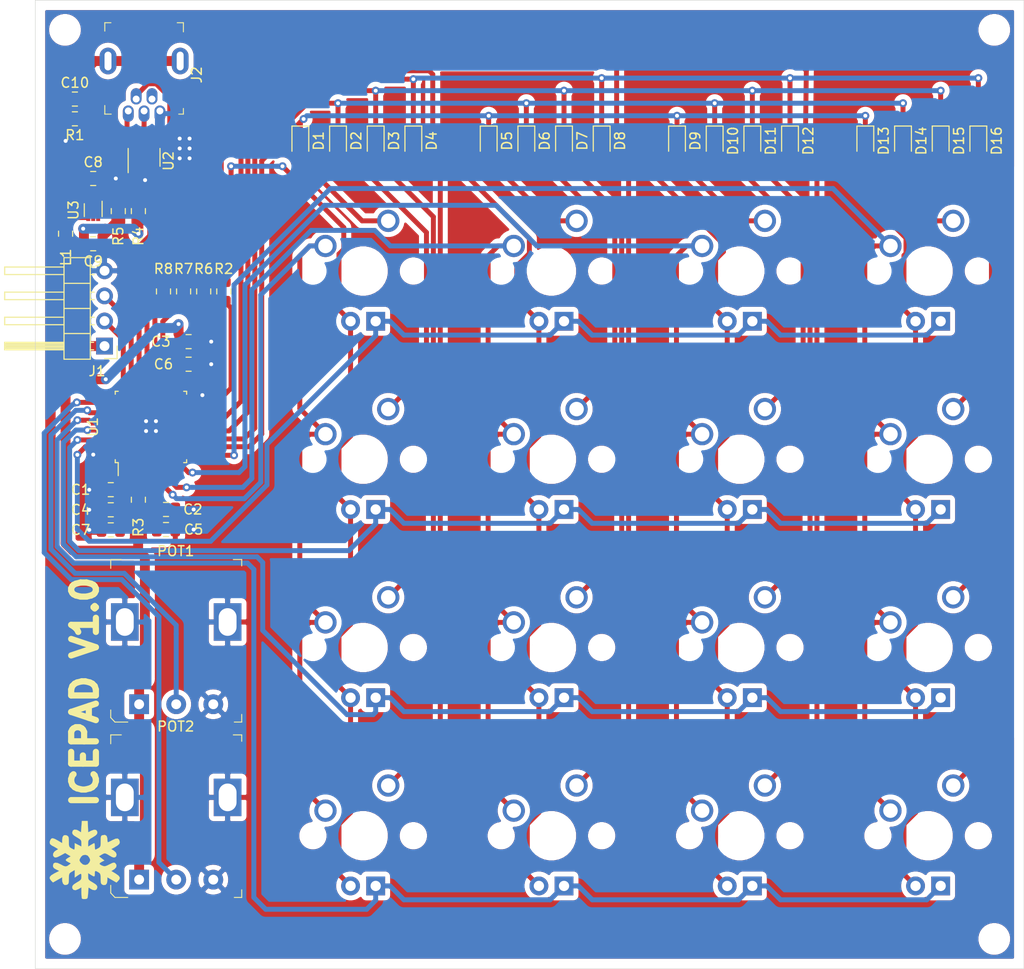
<source format=kicad_pcb>
(kicad_pcb (version 20171130) (host pcbnew 5.1.5-52549c5~86~ubuntu18.04.1)
  (layers (0 F.Cu signal) (31 B.Cu signal) (34 B.Paste user) (35 F.Paste user) (36 B.SilkS user) (37 F.SilkS user) (38 B.Mask user) (39 F.Mask user) (44 Edge.Cuts user))
  (net 0 "")
  (net 1 GND)
  (net 2 +3V3)
  (net 3 VBUS)
  (net 4 "Net-(D1-Pad2)")
  (net 5 Row_0_Key)
  (net 6 "Net-(D2-Pad2)")
  (net 7 Row_1_Key)
  (net 8 "Net-(D3-Pad2)")
  (net 9 Row_2_Key)
  (net 10 "Net-(D4-Pad2)")
  (net 11 Row_3_Key)
  (net 12 "Net-(D5-Pad2)")
  (net 13 "Net-(D6-Pad2)")
  (net 14 "Net-(D7-Pad2)")
  (net 15 "Net-(D8-Pad2)")
  (net 16 "Net-(D9-Pad2)")
  (net 17 "Net-(D10-Pad2)")
  (net 18 "Net-(D11-Pad2)")
  (net 19 "Net-(D12-Pad2)")
  (net 20 "Net-(D13-Pad2)")
  (net 21 "Net-(D14-Pad2)")
  (net 22 "Net-(D15-Pad2)")
  (net 23 "Net-(D16-Pad2)")
  (net 24 SWDIO)
  (net 25 SWCLK)
  (net 26 "Net-(L1-Pad1)")
  (net 27 Row_0_LED)
  (net 28 Col_0_LED)
  (net 29 Col_0_Key)
  (net 30 Row_1_LED)
  (net 31 Row_2_LED)
  (net 32 Row_3_LED)
  (net 33 Col_1_LED)
  (net 34 Col_1_Key)
  (net 35 Col_2_LED)
  (net 36 Col_2_Key)
  (net 37 Col_3_LED)
  (net 38 Col_3_Key)
  (net 39 "Net-(R3-Pad1)")
  (net 40 "Net-(R4-Pad2)")
  (net 41 DP)
  (net 42 DN)
  (net 43 "Net-(C10-Pad2)")
  (net 44 DN_pre)
  (net 45 DP_pre)
  (net 46 "Net-(MX1-Pad3)")
  (net 47 "Net-(MX5-Pad3)")
  (net 48 "Net-(MX10-Pad3)")
  (net 49 "Net-(MX13-Pad3)")
  (net 50 POT1)
  (net 51 POT2)
  (module usb:USB_Mini_B_Female_548190519 (layer F.Cu) (at 91 59.2 270)
    (fp_text reference J2 (at -3.65 -5.325 90) (layer F.SilkS))
    (fp_text value USB_B_Mini)
    (pad 6 thru_hole oval (at -5.05 3.65 270) (size 2.7 1.7) (drill oval 1.9 0.7) (layers *.Cu *.Mask) (net 43 "Net-(C10-Pad2)"))
    (pad 6 thru_hole oval (at -5.05 -3.65 270) (size 2.7 1.7) (drill oval 1.9 0.7) (layers *.Cu *.Mask) (net 43 "Net-(C10-Pad2)"))
    (pad 2 thru_hole oval (at -1.2 0.8 270) (size 1.65 1.1) (drill 0.7 (offset -0.275 0)) (layers *.Cu *.Mask) (net 44 DN_pre))
    (pad 4 thru_hole oval (at -1.2 -0.8 270) (size 1.65 1.1) (drill 0.7 (offset -0.275 0)) (layers *.Cu *.Mask))
    (pad 1 thru_hole oval (at 0 1.6 270) (size 1.65 1.1) (drill 0.7 (offset 0.275 0)) (layers *.Cu *.Mask) (net 3 VBUS))
    (pad 5 thru_hole oval (at 0 -1.6 270) (size 1.65 1.1) (drill 0.7 (offset 0.275 0)) (layers *.Cu *.Mask) (net 1 GND))
    (pad 3 thru_hole oval (at 0 0 270) (size 1.65 1.1) (drill 0.7 (offset 0.275 0)) (layers *.Cu *.Mask) (net 45 DP_pre))
  )
  (module pot:Potentiometer_P120PK-Y25BR10K (layer F.Cu) (at 90.5 137)
    (fp_text reference POT2 (at 3.7 -15.5) (layer F.SilkS))
    (fp_text value P120PK-Y25BR10K)
    (pad 4 thru_hole rect (at 8.95 -8.325) (size 2.8 3.8) (drill oval 1.8 2.8) (layers *.Cu *.Mask) (net 1 GND))
    (pad 4 thru_hole rect (at -1.45 -8.325) (size 2.8 3.8) (drill oval 1.8 2.8) (layers *.Cu *.Mask) (net 1 GND))
    (pad 3 thru_hole circle (at 7.5 0) (size 2 2) (drill 1) (layers *.Cu *.Mask) (net 1 GND))
    (pad 2 thru_hole circle (at 3.75 0) (size 2 2) (drill 1) (layers *.Cu *.Mask) (net 51 POT2))
    (pad 1 thru_hole rect (at 0 0) (size 2 2) (drill 1) (layers *.Cu *.Mask) (net 2 +3V3))
  )
  (module pot:Potentiometer_P120PK-Y25BR10K (layer F.Cu) (at 90.5 119.25)
    (fp_text reference POT1 (at 3.7 -15.5) (layer F.SilkS))
    (fp_text value P120PK-Y25BR10K)
    (pad 4 thru_hole rect (at 8.95 -8.325) (size 2.8 3.8) (drill oval 1.8 2.8) (layers *.Cu *.Mask) (net 1 GND))
    (pad 4 thru_hole rect (at -1.45 -8.325) (size 2.8 3.8) (drill oval 1.8 2.8) (layers *.Cu *.Mask) (net 1 GND))
    (pad 3 thru_hole circle (at 7.5 0) (size 2 2) (drill 1) (layers *.Cu *.Mask) (net 1 GND))
    (pad 2 thru_hole circle (at 3.75 0) (size 2 2) (drill 1) (layers *.Cu *.Mask) (net 50 POT1))
    (pad 1 thru_hole rect (at 0 0) (size 2 2) (drill 1) (layers *.Cu *.Mask) (net 2 +3V3))
  )
  (module logo:logo (layer F.Cu) (at 85 135)
    (fp_text reference G*** hide)
    (fp_text value LOGO hide)
  )
  (module Resistor_SMD:R_0805_2012Metric (layer F.Cu) (at 92.964 77.47 90)
    (fp_text reference R8 (at 2.286 0 180) (layer F.SilkS))
    (fp_text value 825)
    (pad 2 smd roundrect (at 0.9375 0 90) (size 0.975 1.4) (layers F.Cu F.Paste F.Mask) (net 49 "Net-(MX13-Pad3)"))
    (pad 1 smd roundrect (at -0.9375 0 90) (size 0.975 1.4) (layers F.Cu F.Paste F.Mask) (net 37 Col_3_LED))
  )
  (module Resistor_SMD:R_0805_2012Metric (layer F.Cu) (at 94.996 77.47 90)
    (fp_text reference R7 (at 2.286 0 180) (layer F.SilkS))
    (fp_text value 825)
    (pad 2 smd roundrect (at 0.9375 0 90) (size 0.975 1.4) (layers F.Cu F.Paste F.Mask) (net 48 "Net-(MX10-Pad3)"))
    (pad 1 smd roundrect (at -0.9375 0 90) (size 0.975 1.4) (layers F.Cu F.Paste F.Mask) (net 35 Col_2_LED))
  )
  (module Resistor_SMD:R_0805_2012Metric (layer F.Cu) (at 97.028 77.47 90)
    (fp_text reference R6 (at 2.286 0 180) (layer F.SilkS))
    (fp_text value 825)
    (pad 2 smd roundrect (at 0.9375 0 90) (size 0.975 1.4) (layers F.Cu F.Paste F.Mask) (net 47 "Net-(MX5-Pad3)"))
    (pad 1 smd roundrect (at -0.9375 0 90) (size 0.975 1.4) (layers F.Cu F.Paste F.Mask) (net 33 Col_1_LED))
  )
  (module Resistor_SMD:R_0805_2012Metric (layer F.Cu) (at 99.06 77.47 90)
    (fp_text reference R2 (at 2.286 0 180) (layer F.SilkS))
    (fp_text value 825)
    (pad 2 smd roundrect (at 0.9375 0 90) (size 0.975 1.4) (layers F.Cu F.Paste F.Mask) (net 46 "Net-(MX1-Pad3)"))
    (pad 1 smd roundrect (at -0.9375 0 90) (size 0.975 1.4) (layers F.Cu F.Paste F.Mask) (net 28 Col_0_LED))
  )
  (module MountingHole:MountingHole_2.2mm_M2 (layer F.Cu) (at 177 143)
    (fp_text reference MNT hide)
    (fp_text value MountingHole_2.2mm_M2)
    (pad 1 np_thru_hole circle (at 0 0) (size 2.2 2.2) (drill 2.2) (layers *.Cu *.Mask))
  )
  (module MountingHole:MountingHole_2.2mm_M2 (layer F.Cu) (at 83 143)
    (fp_text reference MNT hide)
    (fp_text value MountingHole_2.2mm_M2)
    (pad 1 np_thru_hole circle (at 0 0) (size 2.2 2.2) (drill 2.2) (layers *.Cu *.Mask))
  )
  (module MountingHole:MountingHole_2.2mm_M2 (layer F.Cu) (at 177 51)
    (fp_text reference MNT hide)
    (fp_text value MountingHole_2.2mm_M2)
    (pad 1 np_thru_hole circle (at 0 0) (size 2.2 2.2) (drill 2.2) (layers *.Cu *.Mask))
  )
  (module MountingHole:MountingHole_2.2mm_M2 (layer F.Cu) (at 83 51)
    (fp_text reference MNT hide)
    (fp_text value MountingHole_2.2mm_M2)
    (pad 1 np_thru_hole circle (at 0 0) (size 2.2 2.2) (drill 2.2) (layers *.Cu *.Mask))
  )
  (module Resistor_SMD:R_0805_2012Metric (layer F.Cu) (at 90.424 98.552 270)
    (fp_text reference R3 (at 2.794 0 90) (layer F.SilkS))
    (fp_text value 5k1)
    (pad 2 smd roundrect (at 0.9375 0 270) (size 0.975 1.4) (layers F.Cu F.Paste F.Mask) (net 2 +3V3))
    (pad 1 smd roundrect (at -0.9375 0 270) (size 0.975 1.4) (layers F.Cu F.Paste F.Mask) (net 39 "Net-(R3-Pad1)"))
  )
  (module Capacitor_SMD:C_0805_2012Metric (layer F.Cu) (at 84 58)
    (fp_text reference C10 (at 0 -1.65) (layer F.SilkS))
    (fp_text value 100nF)
    (pad 2 smd roundrect (at 0.9375 0) (size 0.975 1.4) (layers F.Cu F.Paste F.Mask) (net 43 "Net-(C10-Pad2)"))
    (pad 1 smd roundrect (at -0.9375 0) (size 0.975 1.4) (layers F.Cu F.Paste F.Mask) (net 1 GND))
  )
  (module Capacitor_SMD:C_0805_2012Metric (layer F.Cu) (at 85.852 72.644)
    (fp_text reference C9 (at 0 1.778) (layer F.SilkS))
    (fp_text value 10uF)
    (pad 2 smd roundrect (at 0.9375 0) (size 0.975 1.4) (layers F.Cu F.Paste F.Mask) (net 1 GND))
    (pad 1 smd roundrect (at -0.9375 0) (size 0.975 1.4) (layers F.Cu F.Paste F.Mask) (net 2 +3V3))
  )
  (module Capacitor_SMD:C_0805_2012Metric (layer F.Cu) (at 85.852 66.04)
    (fp_text reference C8 (at 0 -1.65) (layer F.SilkS))
    (fp_text value 4.7uF)
    (pad 2 smd roundrect (at 0.9375 0) (size 0.975 1.4) (layers F.Cu F.Paste F.Mask) (net 1 GND))
    (pad 1 smd roundrect (at -0.9375 0) (size 0.975 1.4) (layers F.Cu F.Paste F.Mask) (net 3 VBUS))
  )
  (module Capacitor_SMD:C_0805_2012Metric (layer F.Cu) (at 87.63 101.6 180)
    (fp_text reference C7 (at 3.048 0) (layer F.SilkS))
    (fp_text value 4.7uF)
    (pad 2 smd roundrect (at 0.9375 0 180) (size 0.975 1.4) (layers F.Cu F.Paste F.Mask) (net 1 GND))
    (pad 1 smd roundrect (at -0.9375 0 180) (size 0.975 1.4) (layers F.Cu F.Paste F.Mask) (net 2 +3V3))
  )
  (module Capacitor_SMD:C_0805_2012Metric (layer F.Cu) (at 95.504 84.836)
    (fp_text reference C6 (at -2.54 0) (layer F.SilkS))
    (fp_text value 4.7uF)
    (pad 2 smd roundrect (at 0.9375 0) (size 0.975 1.4) (layers F.Cu F.Paste F.Mask) (net 1 GND))
    (pad 1 smd roundrect (at -0.9375 0) (size 0.975 1.4) (layers F.Cu F.Paste F.Mask) (net 2 +3V3))
  )
  (module Capacitor_SMD:C_0805_2012Metric (layer F.Cu) (at 93.218 101.568)
    (fp_text reference C5 (at 2.794 0) (layer F.SilkS))
    (fp_text value 1uF)
    (pad 2 smd roundrect (at 0.9375 0) (size 0.975 1.4) (layers F.Cu F.Paste F.Mask) (net 1 GND))
    (pad 1 smd roundrect (at -0.9375 0) (size 0.975 1.4) (layers F.Cu F.Paste F.Mask) (net 2 +3V3))
  )
  (module Capacitor_SMD:C_0805_2012Metric (layer F.Cu) (at 87.63 99.568 180)
    (fp_text reference C4 (at 3.048 0) (layer F.SilkS))
    (fp_text value 100nF)
    (pad 2 smd roundrect (at 0.9375 0 180) (size 0.975 1.4) (layers F.Cu F.Paste F.Mask) (net 1 GND))
    (pad 1 smd roundrect (at -0.9375 0 180) (size 0.975 1.4) (layers F.Cu F.Paste F.Mask) (net 2 +3V3))
  )
  (module Capacitor_SMD:C_0805_2012Metric (layer F.Cu) (at 95.504 82.55)
    (fp_text reference C3 (at -2.794 0) (layer F.SilkS))
    (fp_text value 100nF)
    (pad 2 smd roundrect (at 0.9375 0) (size 0.975 1.4) (layers F.Cu F.Paste F.Mask) (net 1 GND))
    (pad 1 smd roundrect (at -0.9375 0) (size 0.975 1.4) (layers F.Cu F.Paste F.Mask) (net 2 +3V3))
  )
  (module Capacitor_SMD:C_0805_2012Metric (layer F.Cu) (at 93.218 99.536)
    (fp_text reference C2 (at 2.7155 0) (layer F.SilkS))
    (fp_text value 10nF)
    (pad 2 smd roundrect (at 0.9375 0) (size 0.975 1.4) (layers F.Cu F.Paste F.Mask) (net 1 GND))
    (pad 1 smd roundrect (at -0.9375 0) (size 0.975 1.4) (layers F.Cu F.Paste F.Mask) (net 2 +3V3))
  )
  (module Capacitor_SMD:C_0805_2012Metric (layer F.Cu) (at 87.63 97.536 180)
    (fp_text reference C1 (at 3.048 0) (layer F.SilkS))
    (fp_text value 100nF)
    (pad 2 smd roundrect (at 0.9375 0 180) (size 0.975 1.4) (layers F.Cu F.Paste F.Mask) (net 1 GND))
    (pad 1 smd roundrect (at -0.9375 0 180) (size 0.975 1.4) (layers F.Cu F.Paste F.Mask) (net 2 +3V3))
  )
  (module Resistor_SMD:R_0805_2012Metric (layer F.Cu) (at 84 60 180)
    (fp_text reference R1 (at 0 -1.65) (layer F.SilkS))
    (fp_text value 330)
    (pad 2 smd roundrect (at 0.9375 0 180) (size 0.975 1.4) (layers F.Cu F.Paste F.Mask) (net 1 GND))
    (pad 1 smd roundrect (at -0.9375 0 180) (size 0.975 1.4) (layers F.Cu F.Paste F.Mask) (net 43 "Net-(C10-Pad2)"))
  )
  (module MX_Only:MXOnly-1U (layer F.Cu) (at 113.157 113.50625)
    (fp_text reference MX3)
    (fp_text value MX-LED)
    (pad "" np_thru_hole circle (at 5.08 0 48.0996) (size 1.75 1.75) (drill 1.75) (layers *.Cu *.Mask))
    (pad "" np_thru_hole circle (at -5.08 0 48.0996) (size 1.75 1.75) (drill 1.75) (layers *.Cu *.Mask))
    (pad 4 thru_hole rect (at 1.27 5.08) (size 1.905 1.905) (drill 1.04) (layers *.Cu B.Mask) (net 31 Row_2_LED))
    (pad 3 thru_hole circle (at -1.27 5.08) (size 1.905 1.905) (drill 1.04) (layers *.Cu B.Mask) (net 46 "Net-(MX1-Pad3)"))
    (pad 1 thru_hole circle (at -3.81 -2.54) (size 2.25 2.25) (drill 1.47) (layers *.Cu B.Mask) (net 29 Col_0_Key))
    (pad "" np_thru_hole circle (at 0 0) (size 3.9878 3.9878) (drill 3.9878) (layers *.Cu *.Mask))
    (pad 2 thru_hole circle (at 2.54 -5.08) (size 2.25 2.25) (drill 1.47) (layers *.Cu B.Mask) (net 8 "Net-(D3-Pad2)"))
  )
  (module MX_Only:MXOnly-1U (layer F.Cu) (at 113.157 94.45625)
    (fp_text reference MX2)
    (fp_text value MX-LED)
    (pad "" np_thru_hole circle (at 5.08 0 48.0996) (size 1.75 1.75) (drill 1.75) (layers *.Cu *.Mask))
    (pad "" np_thru_hole circle (at -5.08 0 48.0996) (size 1.75 1.75) (drill 1.75) (layers *.Cu *.Mask))
    (pad 4 thru_hole rect (at 1.27 5.08) (size 1.905 1.905) (drill 1.04) (layers *.Cu B.Mask) (net 30 Row_1_LED))
    (pad 3 thru_hole circle (at -1.27 5.08) (size 1.905 1.905) (drill 1.04) (layers *.Cu B.Mask) (net 46 "Net-(MX1-Pad3)"))
    (pad 1 thru_hole circle (at -3.81 -2.54) (size 2.25 2.25) (drill 1.47) (layers *.Cu B.Mask) (net 29 Col_0_Key))
    (pad "" np_thru_hole circle (at 0 0) (size 3.9878 3.9878) (drill 3.9878) (layers *.Cu *.Mask))
    (pad 2 thru_hole circle (at 2.54 -5.08) (size 2.25 2.25) (drill 1.47) (layers *.Cu B.Mask) (net 6 "Net-(D2-Pad2)"))
  )
  (module MX_Only:MXOnly-1U (layer F.Cu) (at 113.157 132.55625)
    (fp_text reference MX4)
    (fp_text value MX-LED)
    (pad "" np_thru_hole circle (at 5.08 0 48.0996) (size 1.75 1.75) (drill 1.75) (layers *.Cu *.Mask))
    (pad "" np_thru_hole circle (at -5.08 0 48.0996) (size 1.75 1.75) (drill 1.75) (layers *.Cu *.Mask))
    (pad 4 thru_hole rect (at 1.27 5.08) (size 1.905 1.905) (drill 1.04) (layers *.Cu B.Mask) (net 32 Row_3_LED))
    (pad 3 thru_hole circle (at -1.27 5.08) (size 1.905 1.905) (drill 1.04) (layers *.Cu B.Mask) (net 46 "Net-(MX1-Pad3)"))
    (pad 1 thru_hole circle (at -3.81 -2.54) (size 2.25 2.25) (drill 1.47) (layers *.Cu B.Mask) (net 29 Col_0_Key))
    (pad "" np_thru_hole circle (at 0 0) (size 3.9878 3.9878) (drill 3.9878) (layers *.Cu *.Mask))
    (pad 2 thru_hole circle (at 2.54 -5.08) (size 2.25 2.25) (drill 1.47) (layers *.Cu B.Mask) (net 10 "Net-(D4-Pad2)"))
  )
  (module Package_TO_SOT_SMD:SOT-563 (layer F.Cu) (at 85.852 69.242 270)
    (fp_text reference U3 (at 0 2 90) (layer F.SilkS))
    (fp_text value TLV62568DRL)
    (pad 5 smd rect (at 0.75 0 270) (size 0.7 0.4) (layers F.Cu F.Paste F.Mask) (net 3 VBUS))
    (pad 4 smd rect (at 0.75 0.5 270) (size 0.7 0.4) (layers F.Cu F.Paste F.Mask) (net 26 "Net-(L1-Pad1)"))
    (pad 2 smd rect (at -0.75 0 270) (size 0.7 0.4) (layers F.Cu F.Paste F.Mask) (net 1 GND))
    (pad 6 smd rect (at 0.75 -0.5 270) (size 0.7 0.4) (layers F.Cu F.Paste F.Mask))
    (pad 3 smd rect (at -0.75 0.5 270) (size 0.7 0.4) (layers F.Cu F.Paste F.Mask) (net 3 VBUS))
    (pad 1 smd rect (at -0.75 -0.5 270) (size 0.7 0.4) (layers F.Cu F.Paste F.Mask) (net 40 "Net-(R4-Pad2)"))
  )
  (module Package_TO_SOT_SMD:SOT-23-6 (layer F.Cu) (at 91 63.9 90)
    (fp_text reference U2 (at -0.362 2.472 90) (layer F.SilkS))
    (fp_text value USBLC6-2SC6)
    (pad 5 smd rect (at 1.1 0 90) (size 1.06 0.65) (layers F.Cu F.Paste F.Mask) (net 3 VBUS))
    (pad 6 smd rect (at 1.1 -0.95 90) (size 1.06 0.65) (layers F.Cu F.Paste F.Mask) (net 45 DP_pre))
    (pad 4 smd rect (at 1.1 0.95 90) (size 1.06 0.65) (layers F.Cu F.Paste F.Mask) (net 44 DN_pre))
    (pad 3 smd rect (at -1.1 0.95 90) (size 1.06 0.65) (layers F.Cu F.Paste F.Mask) (net 42 DN))
    (pad 2 smd rect (at -1.1 0 90) (size 1.06 0.65) (layers F.Cu F.Paste F.Mask) (net 1 GND))
    (pad 1 smd rect (at -1.1 -0.95 90) (size 1.06 0.65) (layers F.Cu F.Paste F.Mask) (net 41 DP))
  )
  (module Package_QFP:LQFP-32_7x7mm_P0.8mm (layer F.Cu) (at 91.694 91.186 90)
    (fp_text reference U1 (at 0 -5.88 90) (layer F.SilkS))
    (fp_text value STM32F042K6Tx)
    (pad 32 smd roundrect (at -2.8 -4.175 90) (size 0.5 1.5) (layers F.Cu F.Paste F.Mask) (net 1 GND))
    (pad 31 smd roundrect (at -2 -4.175 90) (size 0.5 1.5) (layers F.Cu F.Paste F.Mask) (net 27 Row_0_LED))
    (pad 30 smd roundrect (at -1.2 -4.175 90) (size 0.5 1.5) (layers F.Cu F.Paste F.Mask) (net 30 Row_1_LED))
    (pad 29 smd roundrect (at -0.4 -4.175 90) (size 0.5 1.5) (layers F.Cu F.Paste F.Mask) (net 31 Row_2_LED))
    (pad 28 smd roundrect (at 0.4 -4.175 90) (size 0.5 1.5) (layers F.Cu F.Paste F.Mask) (net 32 Row_3_LED))
    (pad 27 smd roundrect (at 1.2 -4.175 90) (size 0.5 1.5) (layers F.Cu F.Paste F.Mask) (net 50 POT1))
    (pad 26 smd roundrect (at 2 -4.175 90) (size 0.5 1.5) (layers F.Cu F.Paste F.Mask) (net 51 POT2))
    (pad 25 smd roundrect (at 2.8 -4.175 90) (size 0.5 1.5) (layers F.Cu F.Paste F.Mask))
    (pad 24 smd roundrect (at 4.175 -2.8 90) (size 1.5 0.5) (layers F.Cu F.Paste F.Mask) (net 25 SWCLK))
    (pad 23 smd roundrect (at 4.175 -2 90) (size 1.5 0.5) (layers F.Cu F.Paste F.Mask) (net 24 SWDIO))
    (pad 22 smd roundrect (at 4.175 -1.2 90) (size 1.5 0.5) (layers F.Cu F.Paste F.Mask) (net 41 DP))
    (pad 21 smd roundrect (at 4.175 -0.4 90) (size 1.5 0.5) (layers F.Cu F.Paste F.Mask) (net 42 DN))
    (pad 20 smd roundrect (at 4.175 0.4 90) (size 1.5 0.5) (layers F.Cu F.Paste F.Mask) (net 37 Col_3_LED))
    (pad 19 smd roundrect (at 4.175 1.2 90) (size 1.5 0.5) (layers F.Cu F.Paste F.Mask) (net 35 Col_2_LED))
    (pad 18 smd roundrect (at 4.175 2 90) (size 1.5 0.5) (layers F.Cu F.Paste F.Mask))
    (pad 17 smd roundrect (at 4.175 2.8 90) (size 1.5 0.5) (layers F.Cu F.Paste F.Mask) (net 2 +3V3))
    (pad 16 smd roundrect (at 2.8 4.175 90) (size 0.5 1.5) (layers F.Cu F.Paste F.Mask) (net 1 GND))
    (pad 15 smd roundrect (at 2 4.175 90) (size 0.5 1.5) (layers F.Cu F.Paste F.Mask) (net 33 Col_1_LED))
    (pad 14 smd roundrect (at 1.2 4.175 90) (size 0.5 1.5) (layers F.Cu F.Paste F.Mask) (net 28 Col_0_LED))
    (pad 13 smd roundrect (at 0.4 4.175 90) (size 0.5 1.5) (layers F.Cu F.Paste F.Mask) (net 11 Row_3_Key))
    (pad 12 smd roundrect (at -0.4 4.175 90) (size 0.5 1.5) (layers F.Cu F.Paste F.Mask) (net 9 Row_2_Key))
    (pad 11 smd roundrect (at -1.2 4.175 90) (size 0.5 1.5) (layers F.Cu F.Paste F.Mask) (net 7 Row_1_Key))
    (pad 10 smd roundrect (at -2 4.175 90) (size 0.5 1.5) (layers F.Cu F.Paste F.Mask) (net 5 Row_0_Key))
    (pad 9 smd roundrect (at -2.8 4.175 90) (size 0.5 1.5) (layers F.Cu F.Paste F.Mask) (net 38 Col_3_Key))
    (pad 8 smd roundrect (at -4.175 2.8 90) (size 1.5 0.5) (layers F.Cu F.Paste F.Mask) (net 36 Col_2_Key))
    (pad 7 smd roundrect (at -4.175 2 90) (size 1.5 0.5) (layers F.Cu F.Paste F.Mask) (net 34 Col_1_Key))
    (pad 6 smd roundrect (at -4.175 1.2 90) (size 1.5 0.5) (layers F.Cu F.Paste F.Mask) (net 29 Col_0_Key))
    (pad 5 smd roundrect (at -4.175 0.4 90) (size 1.5 0.5) (layers F.Cu F.Paste F.Mask) (net 2 +3V3))
    (pad 4 smd roundrect (at -4.175 -0.4 90) (size 1.5 0.5) (layers F.Cu F.Paste F.Mask) (net 39 "Net-(R3-Pad1)"))
    (pad 3 smd roundrect (at -4.175 -1.2 90) (size 1.5 0.5) (layers F.Cu F.Paste F.Mask))
    (pad 2 smd roundrect (at -4.175 -2 90) (size 1.5 0.5) (layers F.Cu F.Paste F.Mask))
    (pad 1 smd roundrect (at -4.175 -2.8 90) (size 1.5 0.5) (layers F.Cu F.Paste F.Mask) (net 2 +3V3))
  )
  (module Resistor_SMD:R_0805_2012Metric (layer F.Cu) (at 88.392 69.342 270)
    (fp_text reference R5 (at 2.54 0 90) (layer F.SilkS))
    (fp_text value 100k)
    (pad 2 smd roundrect (at 0.9375 0 270) (size 0.975 1.4) (layers F.Cu F.Paste F.Mask) (net 1 GND))
    (pad 1 smd roundrect (at -0.9375 0 270) (size 0.975 1.4) (layers F.Cu F.Paste F.Mask) (net 40 "Net-(R4-Pad2)"))
  )
  (module Resistor_SMD:R_0805_2012Metric (layer F.Cu) (at 90.424 69.342 90)
    (fp_text reference R4 (at -2.54 0 90) (layer F.SilkS))
    (fp_text value 453k)
    (pad 2 smd roundrect (at 0.9375 0 90) (size 0.975 1.4) (layers F.Cu F.Paste F.Mask) (net 40 "Net-(R4-Pad2)"))
    (pad 1 smd roundrect (at -0.9375 0 90) (size 0.975 1.4) (layers F.Cu F.Paste F.Mask) (net 2 +3V3))
  )
  (module MX_Only:MXOnly-1U (layer F.Cu) (at 170.307 132.55625)
    (fp_text reference MX16)
    (fp_text value MX-LED)
    (pad "" np_thru_hole circle (at 5.08 0 48.0996) (size 1.75 1.75) (drill 1.75) (layers *.Cu *.Mask))
    (pad "" np_thru_hole circle (at -5.08 0 48.0996) (size 1.75 1.75) (drill 1.75) (layers *.Cu *.Mask))
    (pad 4 thru_hole rect (at 1.27 5.08) (size 1.905 1.905) (drill 1.04) (layers *.Cu B.Mask) (net 32 Row_3_LED))
    (pad 3 thru_hole circle (at -1.27 5.08) (size 1.905 1.905) (drill 1.04) (layers *.Cu B.Mask) (net 49 "Net-(MX13-Pad3)"))
    (pad 1 thru_hole circle (at -3.81 -2.54) (size 2.25 2.25) (drill 1.47) (layers *.Cu B.Mask) (net 38 Col_3_Key))
    (pad "" np_thru_hole circle (at 0 0) (size 3.9878 3.9878) (drill 3.9878) (layers *.Cu *.Mask))
    (pad 2 thru_hole circle (at 2.54 -5.08) (size 2.25 2.25) (drill 1.47) (layers *.Cu B.Mask) (net 23 "Net-(D16-Pad2)"))
  )
  (module MX_Only:MXOnly-1U (layer F.Cu) (at 170.307 113.50625)
    (fp_text reference MX15)
    (fp_text value MX-LED)
    (pad "" np_thru_hole circle (at 5.08 0 48.0996) (size 1.75 1.75) (drill 1.75) (layers *.Cu *.Mask))
    (pad "" np_thru_hole circle (at -5.08 0 48.0996) (size 1.75 1.75) (drill 1.75) (layers *.Cu *.Mask))
    (pad 4 thru_hole rect (at 1.27 5.08) (size 1.905 1.905) (drill 1.04) (layers *.Cu B.Mask) (net 31 Row_2_LED))
    (pad 3 thru_hole circle (at -1.27 5.08) (size 1.905 1.905) (drill 1.04) (layers *.Cu B.Mask) (net 49 "Net-(MX13-Pad3)"))
    (pad 1 thru_hole circle (at -3.81 -2.54) (size 2.25 2.25) (drill 1.47) (layers *.Cu B.Mask) (net 38 Col_3_Key))
    (pad "" np_thru_hole circle (at 0 0) (size 3.9878 3.9878) (drill 3.9878) (layers *.Cu *.Mask))
    (pad 2 thru_hole circle (at 2.54 -5.08) (size 2.25 2.25) (drill 1.47) (layers *.Cu B.Mask) (net 22 "Net-(D15-Pad2)"))
  )
  (module MX_Only:MXOnly-1U (layer F.Cu) (at 170.307 94.45625)
    (fp_text reference MX14)
    (fp_text value MX-LED)
    (pad "" np_thru_hole circle (at 5.08 0 48.0996) (size 1.75 1.75) (drill 1.75) (layers *.Cu *.Mask))
    (pad "" np_thru_hole circle (at -5.08 0 48.0996) (size 1.75 1.75) (drill 1.75) (layers *.Cu *.Mask))
    (pad 4 thru_hole rect (at 1.27 5.08) (size 1.905 1.905) (drill 1.04) (layers *.Cu B.Mask) (net 30 Row_1_LED))
    (pad 3 thru_hole circle (at -1.27 5.08) (size 1.905 1.905) (drill 1.04) (layers *.Cu B.Mask) (net 49 "Net-(MX13-Pad3)"))
    (pad 1 thru_hole circle (at -3.81 -2.54) (size 2.25 2.25) (drill 1.47) (layers *.Cu B.Mask) (net 38 Col_3_Key))
    (pad "" np_thru_hole circle (at 0 0) (size 3.9878 3.9878) (drill 3.9878) (layers *.Cu *.Mask))
    (pad 2 thru_hole circle (at 2.54 -5.08) (size 2.25 2.25) (drill 1.47) (layers *.Cu B.Mask) (net 21 "Net-(D14-Pad2)"))
  )
  (module MX_Only:MXOnly-1U (layer F.Cu) (at 170.307 75.40625)
    (fp_text reference MX13)
    (fp_text value MX-LED)
    (pad "" np_thru_hole circle (at 5.08 0 48.0996) (size 1.75 1.75) (drill 1.75) (layers *.Cu *.Mask))
    (pad "" np_thru_hole circle (at -5.08 0 48.0996) (size 1.75 1.75) (drill 1.75) (layers *.Cu *.Mask))
    (pad 4 thru_hole rect (at 1.27 5.08) (size 1.905 1.905) (drill 1.04) (layers *.Cu B.Mask) (net 27 Row_0_LED))
    (pad 3 thru_hole circle (at -1.27 5.08) (size 1.905 1.905) (drill 1.04) (layers *.Cu B.Mask) (net 49 "Net-(MX13-Pad3)"))
    (pad 1 thru_hole circle (at -3.81 -2.54) (size 2.25 2.25) (drill 1.47) (layers *.Cu B.Mask) (net 38 Col_3_Key))
    (pad "" np_thru_hole circle (at 0 0) (size 3.9878 3.9878) (drill 3.9878) (layers *.Cu *.Mask))
    (pad 2 thru_hole circle (at 2.54 -5.08) (size 2.25 2.25) (drill 1.47) (layers *.Cu B.Mask) (net 20 "Net-(D13-Pad2)"))
  )
  (module MX_Only:MXOnly-1U (layer F.Cu) (at 151.257 132.55625)
    (fp_text reference MX12)
    (fp_text value MX-LED)
    (pad "" np_thru_hole circle (at 5.08 0 48.0996) (size 1.75 1.75) (drill 1.75) (layers *.Cu *.Mask))
    (pad "" np_thru_hole circle (at -5.08 0 48.0996) (size 1.75 1.75) (drill 1.75) (layers *.Cu *.Mask))
    (pad 4 thru_hole rect (at 1.27 5.08) (size 1.905 1.905) (drill 1.04) (layers *.Cu B.Mask) (net 32 Row_3_LED))
    (pad 3 thru_hole circle (at -1.27 5.08) (size 1.905 1.905) (drill 1.04) (layers *.Cu B.Mask) (net 48 "Net-(MX10-Pad3)"))
    (pad 1 thru_hole circle (at -3.81 -2.54) (size 2.25 2.25) (drill 1.47) (layers *.Cu B.Mask) (net 36 Col_2_Key))
    (pad "" np_thru_hole circle (at 0 0) (size 3.9878 3.9878) (drill 3.9878) (layers *.Cu *.Mask))
    (pad 2 thru_hole circle (at 2.54 -5.08) (size 2.25 2.25) (drill 1.47) (layers *.Cu B.Mask) (net 19 "Net-(D12-Pad2)"))
  )
  (module MX_Only:MXOnly-1U (layer F.Cu) (at 151.257 113.50625)
    (fp_text reference MX11)
    (fp_text value MX-LED)
    (pad "" np_thru_hole circle (at 5.08 0 48.0996) (size 1.75 1.75) (drill 1.75) (layers *.Cu *.Mask))
    (pad "" np_thru_hole circle (at -5.08 0 48.0996) (size 1.75 1.75) (drill 1.75) (layers *.Cu *.Mask))
    (pad 4 thru_hole rect (at 1.27 5.08) (size 1.905 1.905) (drill 1.04) (layers *.Cu B.Mask) (net 31 Row_2_LED))
    (pad 3 thru_hole circle (at -1.27 5.08) (size 1.905 1.905) (drill 1.04) (layers *.Cu B.Mask) (net 48 "Net-(MX10-Pad3)"))
    (pad 1 thru_hole circle (at -3.81 -2.54) (size 2.25 2.25) (drill 1.47) (layers *.Cu B.Mask) (net 36 Col_2_Key))
    (pad "" np_thru_hole circle (at 0 0) (size 3.9878 3.9878) (drill 3.9878) (layers *.Cu *.Mask))
    (pad 2 thru_hole circle (at 2.54 -5.08) (size 2.25 2.25) (drill 1.47) (layers *.Cu B.Mask) (net 18 "Net-(D11-Pad2)"))
  )
  (module MX_Only:MXOnly-1U (layer F.Cu) (at 151.257 94.45625)
    (fp_text reference MX10)
    (fp_text value MX-LED)
    (pad "" np_thru_hole circle (at 5.08 0 48.0996) (size 1.75 1.75) (drill 1.75) (layers *.Cu *.Mask))
    (pad "" np_thru_hole circle (at -5.08 0 48.0996) (size 1.75 1.75) (drill 1.75) (layers *.Cu *.Mask))
    (pad 4 thru_hole rect (at 1.27 5.08) (size 1.905 1.905) (drill 1.04) (layers *.Cu B.Mask) (net 30 Row_1_LED))
    (pad 3 thru_hole circle (at -1.27 5.08) (size 1.905 1.905) (drill 1.04) (layers *.Cu B.Mask) (net 48 "Net-(MX10-Pad3)"))
    (pad 1 thru_hole circle (at -3.81 -2.54) (size 2.25 2.25) (drill 1.47) (layers *.Cu B.Mask) (net 36 Col_2_Key))
    (pad "" np_thru_hole circle (at 0 0) (size 3.9878 3.9878) (drill 3.9878) (layers *.Cu *.Mask))
    (pad 2 thru_hole circle (at 2.54 -5.08) (size 2.25 2.25) (drill 1.47) (layers *.Cu B.Mask) (net 17 "Net-(D10-Pad2)"))
  )
  (module MX_Only:MXOnly-1U (layer F.Cu) (at 151.257 75.40625)
    (fp_text reference MX9)
    (fp_text value MX-LED)
    (pad "" np_thru_hole circle (at 5.08 0 48.0996) (size 1.75 1.75) (drill 1.75) (layers *.Cu *.Mask))
    (pad "" np_thru_hole circle (at -5.08 0 48.0996) (size 1.75 1.75) (drill 1.75) (layers *.Cu *.Mask))
    (pad 4 thru_hole rect (at 1.27 5.08) (size 1.905 1.905) (drill 1.04) (layers *.Cu B.Mask) (net 27 Row_0_LED))
    (pad 3 thru_hole circle (at -1.27 5.08) (size 1.905 1.905) (drill 1.04) (layers *.Cu B.Mask) (net 48 "Net-(MX10-Pad3)"))
    (pad 1 thru_hole circle (at -3.81 -2.54) (size 2.25 2.25) (drill 1.47) (layers *.Cu B.Mask) (net 36 Col_2_Key))
    (pad "" np_thru_hole circle (at 0 0) (size 3.9878 3.9878) (drill 3.9878) (layers *.Cu *.Mask))
    (pad 2 thru_hole circle (at 2.54 -5.08) (size 2.25 2.25) (drill 1.47) (layers *.Cu B.Mask) (net 16 "Net-(D9-Pad2)"))
  )
  (module MX_Only:MXOnly-1U (layer F.Cu) (at 132.207 132.55625)
    (fp_text reference MX8)
    (fp_text value MX-LED)
    (pad "" np_thru_hole circle (at 5.08 0 48.0996) (size 1.75 1.75) (drill 1.75) (layers *.Cu *.Mask))
    (pad "" np_thru_hole circle (at -5.08 0 48.0996) (size 1.75 1.75) (drill 1.75) (layers *.Cu *.Mask))
    (pad 4 thru_hole rect (at 1.27 5.08) (size 1.905 1.905) (drill 1.04) (layers *.Cu B.Mask) (net 32 Row_3_LED))
    (pad 3 thru_hole circle (at -1.27 5.08) (size 1.905 1.905) (drill 1.04) (layers *.Cu B.Mask) (net 47 "Net-(MX5-Pad3)"))
    (pad 1 thru_hole circle (at -3.81 -2.54) (size 2.25 2.25) (drill 1.47) (layers *.Cu B.Mask) (net 34 Col_1_Key))
    (pad "" np_thru_hole circle (at 0 0) (size 3.9878 3.9878) (drill 3.9878) (layers *.Cu *.Mask))
    (pad 2 thru_hole circle (at 2.54 -5.08) (size 2.25 2.25) (drill 1.47) (layers *.Cu B.Mask) (net 15 "Net-(D8-Pad2)"))
  )
  (module MX_Only:MXOnly-1U (layer F.Cu) (at 132.207 113.50625)
    (fp_text reference MX7)
    (fp_text value MX-LED)
    (pad "" np_thru_hole circle (at 5.08 0 48.0996) (size 1.75 1.75) (drill 1.75) (layers *.Cu *.Mask))
    (pad "" np_thru_hole circle (at -5.08 0 48.0996) (size 1.75 1.75) (drill 1.75) (layers *.Cu *.Mask))
    (pad 4 thru_hole rect (at 1.27 5.08) (size 1.905 1.905) (drill 1.04) (layers *.Cu B.Mask) (net 31 Row_2_LED))
    (pad 3 thru_hole circle (at -1.27 5.08) (size 1.905 1.905) (drill 1.04) (layers *.Cu B.Mask) (net 47 "Net-(MX5-Pad3)"))
    (pad 1 thru_hole circle (at -3.81 -2.54) (size 2.25 2.25) (drill 1.47) (layers *.Cu B.Mask) (net 34 Col_1_Key))
    (pad "" np_thru_hole circle (at 0 0) (size 3.9878 3.9878) (drill 3.9878) (layers *.Cu *.Mask))
    (pad 2 thru_hole circle (at 2.54 -5.08) (size 2.25 2.25) (drill 1.47) (layers *.Cu B.Mask) (net 14 "Net-(D7-Pad2)"))
  )
  (module MX_Only:MXOnly-1U (layer F.Cu) (at 132.207 94.45625)
    (fp_text reference MX6)
    (fp_text value MX-LED)
    (pad "" np_thru_hole circle (at 5.08 0 48.0996) (size 1.75 1.75) (drill 1.75) (layers *.Cu *.Mask))
    (pad "" np_thru_hole circle (at -5.08 0 48.0996) (size 1.75 1.75) (drill 1.75) (layers *.Cu *.Mask))
    (pad 4 thru_hole rect (at 1.27 5.08) (size 1.905 1.905) (drill 1.04) (layers *.Cu B.Mask) (net 30 Row_1_LED))
    (pad 3 thru_hole circle (at -1.27 5.08) (size 1.905 1.905) (drill 1.04) (layers *.Cu B.Mask) (net 47 "Net-(MX5-Pad3)"))
    (pad 1 thru_hole circle (at -3.81 -2.54) (size 2.25 2.25) (drill 1.47) (layers *.Cu B.Mask) (net 34 Col_1_Key))
    (pad "" np_thru_hole circle (at 0 0) (size 3.9878 3.9878) (drill 3.9878) (layers *.Cu *.Mask))
    (pad 2 thru_hole circle (at 2.54 -5.08) (size 2.25 2.25) (drill 1.47) (layers *.Cu B.Mask) (net 13 "Net-(D6-Pad2)"))
  )
  (module MX_Only:MXOnly-1U (layer F.Cu) (at 132.207 75.40625)
    (fp_text reference MX5)
    (fp_text value MX-LED)
    (pad "" np_thru_hole circle (at 5.08 0 48.0996) (size 1.75 1.75) (drill 1.75) (layers *.Cu *.Mask))
    (pad "" np_thru_hole circle (at -5.08 0 48.0996) (size 1.75 1.75) (drill 1.75) (layers *.Cu *.Mask))
    (pad 4 thru_hole rect (at 1.27 5.08) (size 1.905 1.905) (drill 1.04) (layers *.Cu B.Mask) (net 27 Row_0_LED))
    (pad 3 thru_hole circle (at -1.27 5.08) (size 1.905 1.905) (drill 1.04) (layers *.Cu B.Mask) (net 47 "Net-(MX5-Pad3)"))
    (pad 1 thru_hole circle (at -3.81 -2.54) (size 2.25 2.25) (drill 1.47) (layers *.Cu B.Mask) (net 34 Col_1_Key))
    (pad "" np_thru_hole circle (at 0 0) (size 3.9878 3.9878) (drill 3.9878) (layers *.Cu *.Mask))
    (pad 2 thru_hole circle (at 2.54 -5.08) (size 2.25 2.25) (drill 1.47) (layers *.Cu B.Mask) (net 12 "Net-(D5-Pad2)"))
  )
  (module MX_Only:MXOnly-1U (layer F.Cu) (at 113.157 75.40625)
    (fp_text reference MX1)
    (fp_text value MX-LED)
    (pad "" np_thru_hole circle (at 5.08 0 48.0996) (size 1.75 1.75) (drill 1.75) (layers *.Cu *.Mask))
    (pad "" np_thru_hole circle (at -5.08 0 48.0996) (size 1.75 1.75) (drill 1.75) (layers *.Cu *.Mask))
    (pad 4 thru_hole rect (at 1.27 5.08) (size 1.905 1.905) (drill 1.04) (layers *.Cu B.Mask) (net 27 Row_0_LED))
    (pad 3 thru_hole circle (at -1.27 5.08) (size 1.905 1.905) (drill 1.04) (layers *.Cu B.Mask) (net 46 "Net-(MX1-Pad3)"))
    (pad 1 thru_hole circle (at -3.81 -2.54) (size 2.25 2.25) (drill 1.47) (layers *.Cu B.Mask) (net 29 Col_0_Key))
    (pad "" np_thru_hole circle (at 0 0) (size 3.9878 3.9878) (drill 3.9878) (layers *.Cu *.Mask))
    (pad 2 thru_hole circle (at 2.54 -5.08) (size 2.25 2.25) (drill 1.47) (layers *.Cu B.Mask) (net 4 "Net-(D1-Pad2)"))
  )
  (module Inductor_SMD:L_0805_2012Metric (layer F.Cu) (at 83.058 71.628 270)
    (fp_text reference L1 (at 2.39 -0.038 90) (layer F.SilkS))
    (fp_text value 2.2uH)
    (pad 2 smd roundrect (at 0.9375 0 270) (size 0.975 1.4) (layers F.Cu F.Paste F.Mask) (net 2 +3V3))
    (pad 1 smd roundrect (at -0.9375 0 270) (size 0.975 1.4) (layers F.Cu F.Paste F.Mask) (net 26 "Net-(L1-Pad1)"))
  )
  (module Connector_PinHeader_2.54mm:PinHeader_1x04_P2.54mm_Horizontal (layer F.Cu) (at 87 83 180)
    (fp_text reference J1 (at 0.762 -2.54) (layer F.SilkS))
    (fp_text value Conn_01x04)
    (pad 4 thru_hole oval (at 0 7.62 180) (size 1.7 1.7) (drill 1) (layers *.Cu *.Mask) (net 1 GND))
    (pad 3 thru_hole oval (at 0 5.08 180) (size 1.7 1.7) (drill 1) (layers *.Cu *.Mask) (net 24 SWDIO))
    (pad 2 thru_hole oval (at 0 2.54 180) (size 1.7 1.7) (drill 1) (layers *.Cu *.Mask) (net 25 SWCLK))
    (pad 1 thru_hole rect (at 0 0 180) (size 1.7 1.7) (drill 1) (layers *.Cu *.Mask) (net 2 +3V3))
  )
  (module Diode_SMD:D_SOD-323 (layer F.Cu) (at 175.387 62.23 270)
    (fp_text reference D16 (at 0 -1.85 90) (layer F.SilkS))
    (fp_text value 1N4148WS)
    (pad 2 smd rect (at 1.05 0 270) (size 0.6 0.45) (layers F.Cu F.Paste F.Mask) (net 23 "Net-(D16-Pad2)"))
    (pad 1 smd rect (at -1.05 0 270) (size 0.6 0.45) (layers F.Cu F.Paste F.Mask) (net 11 Row_3_Key))
  )
  (module Diode_SMD:D_SOD-323 (layer F.Cu) (at 171.577 62.23 270)
    (fp_text reference D15 (at 0 -1.85 90) (layer F.SilkS))
    (fp_text value 1N4148WS)
    (pad 2 smd rect (at 1.05 0 270) (size 0.6 0.45) (layers F.Cu F.Paste F.Mask) (net 22 "Net-(D15-Pad2)"))
    (pad 1 smd rect (at -1.05 0 270) (size 0.6 0.45) (layers F.Cu F.Paste F.Mask) (net 9 Row_2_Key))
  )
  (module Diode_SMD:D_SOD-323 (layer F.Cu) (at 167.767 62.23 270)
    (fp_text reference D14 (at 0 -1.85 90) (layer F.SilkS))
    (fp_text value 1N4148WS)
    (pad 2 smd rect (at 1.05 0 270) (size 0.6 0.45) (layers F.Cu F.Paste F.Mask) (net 21 "Net-(D14-Pad2)"))
    (pad 1 smd rect (at -1.05 0 270) (size 0.6 0.45) (layers F.Cu F.Paste F.Mask) (net 7 Row_1_Key))
  )
  (module Diode_SMD:D_SOD-323 (layer F.Cu) (at 163.957 62.23 270)
    (fp_text reference D13 (at 0 -1.85 90) (layer F.SilkS))
    (fp_text value 1N4148WS)
    (pad 2 smd rect (at 1.05 0 270) (size 0.6 0.45) (layers F.Cu F.Paste F.Mask) (net 20 "Net-(D13-Pad2)"))
    (pad 1 smd rect (at -1.05 0 270) (size 0.6 0.45) (layers F.Cu F.Paste F.Mask) (net 5 Row_0_Key))
  )
  (module Diode_SMD:D_SOD-323 (layer F.Cu) (at 156.337 62.23 270)
    (fp_text reference D12 (at 0 -1.85 90) (layer F.SilkS))
    (fp_text value 1N4148WS)
    (pad 2 smd rect (at 1.05 0 270) (size 0.6 0.45) (layers F.Cu F.Paste F.Mask) (net 19 "Net-(D12-Pad2)"))
    (pad 1 smd rect (at -1.05 0 270) (size 0.6 0.45) (layers F.Cu F.Paste F.Mask) (net 11 Row_3_Key))
  )
  (module Diode_SMD:D_SOD-323 (layer F.Cu) (at 152.527 62.23 270)
    (fp_text reference D11 (at 0 -1.85 90) (layer F.SilkS))
    (fp_text value 1N4148WS)
    (pad 2 smd rect (at 1.05 0 270) (size 0.6 0.45) (layers F.Cu F.Paste F.Mask) (net 18 "Net-(D11-Pad2)"))
    (pad 1 smd rect (at -1.05 0 270) (size 0.6 0.45) (layers F.Cu F.Paste F.Mask) (net 9 Row_2_Key))
  )
  (module Diode_SMD:D_SOD-323 (layer F.Cu) (at 148.717 62.23 270)
    (fp_text reference D10 (at 0 -1.85 90) (layer F.SilkS))
    (fp_text value 1N4148WS)
    (pad 2 smd rect (at 1.05 0 270) (size 0.6 0.45) (layers F.Cu F.Paste F.Mask) (net 17 "Net-(D10-Pad2)"))
    (pad 1 smd rect (at -1.05 0 270) (size 0.6 0.45) (layers F.Cu F.Paste F.Mask) (net 7 Row_1_Key))
  )
  (module Diode_SMD:D_SOD-323 (layer F.Cu) (at 144.907 62.23 270)
    (fp_text reference D9 (at 0 -1.85 90) (layer F.SilkS))
    (fp_text value 1N4148WS)
    (pad 2 smd rect (at 1.05 0 270) (size 0.6 0.45) (layers F.Cu F.Paste F.Mask) (net 16 "Net-(D9-Pad2)"))
    (pad 1 smd rect (at -1.05 0 270) (size 0.6 0.45) (layers F.Cu F.Paste F.Mask) (net 5 Row_0_Key))
  )
  (module Diode_SMD:D_SOD-323 (layer F.Cu) (at 137.287 62.23 270)
    (fp_text reference D8 (at 0 -1.85 90) (layer F.SilkS))
    (fp_text value 1N4148WS)
    (pad 2 smd rect (at 1.05 0 270) (size 0.6 0.45) (layers F.Cu F.Paste F.Mask) (net 15 "Net-(D8-Pad2)"))
    (pad 1 smd rect (at -1.05 0 270) (size 0.6 0.45) (layers F.Cu F.Paste F.Mask) (net 11 Row_3_Key))
  )
  (module Diode_SMD:D_SOD-323 (layer F.Cu) (at 133.477 62.23 270)
    (fp_text reference D7 (at 0 -1.85 90) (layer F.SilkS))
    (fp_text value 1N4148WS)
    (pad 2 smd rect (at 1.05 0 270) (size 0.6 0.45) (layers F.Cu F.Paste F.Mask) (net 14 "Net-(D7-Pad2)"))
    (pad 1 smd rect (at -1.05 0 270) (size 0.6 0.45) (layers F.Cu F.Paste F.Mask) (net 9 Row_2_Key))
  )
  (module Diode_SMD:D_SOD-323 (layer F.Cu) (at 129.667 62.23 270)
    (fp_text reference D6 (at 0 -1.85 90) (layer F.SilkS))
    (fp_text value 1N4148WS)
    (pad 2 smd rect (at 1.05 0 270) (size 0.6 0.45) (layers F.Cu F.Paste F.Mask) (net 13 "Net-(D6-Pad2)"))
    (pad 1 smd rect (at -1.05 0 270) (size 0.6 0.45) (layers F.Cu F.Paste F.Mask) (net 7 Row_1_Key))
  )
  (module Diode_SMD:D_SOD-323 (layer F.Cu) (at 125.857 62.23 270)
    (fp_text reference D5 (at 0 -1.85 90) (layer F.SilkS))
    (fp_text value 1N4148WS)
    (pad 2 smd rect (at 1.05 0 270) (size 0.6 0.45) (layers F.Cu F.Paste F.Mask) (net 12 "Net-(D5-Pad2)"))
    (pad 1 smd rect (at -1.05 0 270) (size 0.6 0.45) (layers F.Cu F.Paste F.Mask) (net 5 Row_0_Key))
  )
  (module Diode_SMD:D_SOD-323 (layer F.Cu) (at 118.237 62.23 270)
    (fp_text reference D4 (at 0 -1.85 90) (layer F.SilkS))
    (fp_text value 1N4148WS)
    (pad 2 smd rect (at 1.05 0 270) (size 0.6 0.45) (layers F.Cu F.Paste F.Mask) (net 10 "Net-(D4-Pad2)"))
    (pad 1 smd rect (at -1.05 0 270) (size 0.6 0.45) (layers F.Cu F.Paste F.Mask) (net 11 Row_3_Key))
  )
  (module Diode_SMD:D_SOD-323 (layer F.Cu) (at 114.427 62.23 270)
    (fp_text reference D3 (at 0 -1.85 90) (layer F.SilkS))
    (fp_text value 1N4148WS)
    (pad 2 smd rect (at 1.05 0 270) (size 0.6 0.45) (layers F.Cu F.Paste F.Mask) (net 8 "Net-(D3-Pad2)"))
    (pad 1 smd rect (at -1.05 0 270) (size 0.6 0.45) (layers F.Cu F.Paste F.Mask) (net 9 Row_2_Key))
  )
  (module Diode_SMD:D_SOD-323 (layer F.Cu) (at 110.617 62.23 270)
    (fp_text reference D2 (at 0 -1.85 90) (layer F.SilkS))
    (fp_text value 1N4148WS)
    (pad 2 smd rect (at 1.05 0 270) (size 0.6 0.45) (layers F.Cu F.Paste F.Mask) (net 6 "Net-(D2-Pad2)"))
    (pad 1 smd rect (at -1.05 0 270) (size 0.6 0.45) (layers F.Cu F.Paste F.Mask) (net 7 Row_1_Key))
  )
  (module Diode_SMD:D_SOD-323 (layer F.Cu) (at 106.807 62.23 270)
    (fp_text reference D1 (at 0 -1.85 90) (layer F.SilkS))
    (fp_text value 1N4148WS)
    (pad 2 smd rect (at 1.05 0 270) (size 0.6 0.45) (layers F.Cu F.Paste F.Mask) (net 4 "Net-(D1-Pad2)"))
    (pad 1 smd rect (at -1.05 0 270) (size 0.6 0.45) (layers F.Cu F.Paste F.Mask) (net 5 Row_0_Key))
  )
  (gr_text "ICEPAD V1.0" (at 85 118 90) (layer F.SilkS) (effects (font (size 2.5 2.5) (thickness 0.625))))
  (gr_line (start 80 146) (end 80 48) (layer Edge.Cuts) (width 0.05))
  (gr_line (start 180 146) (end 80 146) (layer Edge.Cuts) (width 0.05))
  (gr_line (start 180 48) (end 180 146) (layer Edge.Cuts) (width 0.05))
  (gr_line (start 80 48) (end 180 48) (layer Edge.Cuts) (width 0.05))
  (segment (start 86.376968 89.986) (end 86.140968 89.75) (width 0.5) (layer F.Cu) (net 50))
  (segment (start 87.519 89.986) (end 86.376968 89.986) (width 0.5) (layer F.Cu) (net 50))
  (segment (start 86.140968 89.75) (end 85.5 89.75) (width 0.5) (layer F.Cu) (net 50))
  (via (at 85.25 89.5) (size 0.8) (drill 0.4) (layers F.Cu B.Cu) (net 50))
  (segment (start 85.5 89.75) (end 85.25 89.5) (width 0.5) (layer F.Cu) (net 50))
  (segment (start 87.519 89.186) (end 86.586 89.186) (width 0.5) (layer F.Cu) (net 51))
  (segment (start 86.586 89.186) (end 86.1 88.7) (width 0.5) (layer F.Cu) (net 51))
  (segment (start 86.1 88.7) (end 84.2 88.7) (width 0.5) (layer F.Cu) (net 51))
  (via (at 84.2 88.7) (size 0.8) (drill 0.4) (layers F.Cu B.Cu) (net 51))
  (via (at 91.2 90.6) (size 0.8) (drill 0.4) (layers F.Cu B.Cu) (net 1))
  (via (at 92.2 91.6) (size 0.8) (drill 0.4) (layers F.Cu B.Cu) (net 1))
  (via (at 91.2 91.6) (size 0.8) (drill 0.4) (layers F.Cu B.Cu) (net 1))
  (via (at 92.2 90.6) (size 0.8) (drill 0.4) (layers F.Cu B.Cu) (net 1))
  (via (at 94.6 63) (size 0.8) (drill 0.4) (layers F.Cu B.Cu) (net 1))
  (via (at 95.6 63) (size 0.8) (drill 0.4) (layers F.Cu B.Cu) (net 1))
  (via (at 94.6 64) (size 0.8) (drill 0.4) (layers F.Cu B.Cu) (net 1))
  (via (at 95.6 64) (size 0.8) (drill 0.4) (layers F.Cu B.Cu) (net 1))
  (segment (start 83.0625 60) (end 83.0625 58) (width 0.5) (layer F.Cu) (net 1))
  (segment (start 85.852 67.942) (end 85.852 68.492) (width 0.4) (layer F.Cu) (net 1))
  (segment (start 85.852 67.6775) (end 85.852 67.942) (width 0.4) (layer F.Cu) (net 1))
  (via (at 88.138 66.04) (size 0.8) (drill 0.4) (layers F.Cu B.Cu) (net 1))
  (segment (start 83.0625 60) (end 83.0625 62.2345) (width 0.5) (layer F.Cu) (net 1))
  (via (at 83.0625 62.2345) (size 0.8) (drill 0.4) (layers F.Cu B.Cu) (net 1))
  (segment (start 87.519 96.7095) (end 86.6925 97.536) (width 0.5) (layer F.Cu) (net 1))
  (segment (start 87.519 93.986) (end 87.519 96.7095) (width 0.5) (layer F.Cu) (net 1))
  (segment (start 96.4415 87.8135) (end 95.869 88.386) (width 0.5) (layer F.Cu) (net 1))
  (segment (start 96.4415 84.836) (end 96.4415 87.8135) (width 0.5) (layer F.Cu) (net 1))
  (segment (start 94.1555 99.536) (end 94.1555 101.568) (width 0.5) (layer F.Cu) (net 1))
  (via (at 96.012 99.536) (size 0.8) (drill 0.4) (layers F.Cu B.Cu) (net 1))
  (segment (start 94.1555 99.536) (end 96.012 99.536) (width 0.5) (layer F.Cu) (net 1))
  (via (at 85.858 93.986) (size 0.8) (drill 0.4) (layers F.Cu B.Cu) (net 1))
  (segment (start 94.1555 101.568) (end 96.012 101.568) (width 0.5) (layer F.Cu) (net 1))
  (via (at 96.012 101.568) (size 0.8) (drill 0.4) (layers F.Cu B.Cu) (net 1))
  (segment (start 96.4415 84.836) (end 97.79 84.836) (width 0.5) (layer F.Cu) (net 1))
  (via (at 97.79 84.836) (size 0.8) (drill 0.4) (layers F.Cu B.Cu) (net 1))
  (segment (start 96.4415 82.55) (end 97.79 82.55) (width 0.5) (layer F.Cu) (net 1))
  (via (at 97.79 82.55) (size 0.8) (drill 0.4) (layers F.Cu B.Cu) (net 1))
  (segment (start 86.7895 66.74) (end 85.852 67.6775) (width 0.5) (layer F.Cu) (net 1))
  (segment (start 86.7895 66.04) (end 86.7895 66.74) (width 0.5) (layer F.Cu) (net 1))
  (segment (start 92.6 64.372) (end 92.6 64.406) (width 0.5) (layer B.Cu) (net 1))
  (segment (start 92.6 63.898) (end 92.6 64.372) (width 0.5) (layer B.Cu) (net 1))
  (segment (start 92.6 64.372) (end 92.6 64.802) (width 0.5) (layer B.Cu) (net 1))
  (via (at 95.6 62) (size 0.8) (drill 0.4) (layers F.Cu B.Cu) (net 1))
  (segment (start 92.6 59.2) (end 92.6 61.612) (width 0.5) (layer B.Cu) (net 1))
  (segment (start 92.6 63.61) (end 92.6 63.898) (width 0.5) (layer B.Cu) (net 1))
  (via (at 94.6 62) (size 0.8) (drill 0.4) (layers F.Cu B.Cu) (net 1))
  (segment (start 95.6 64) (end 94.6 64) (width 0.5) (layer B.Cu) (net 1))
  (segment (start 95.6 63) (end 94.6 63) (width 0.5) (layer B.Cu) (net 1))
  (segment (start 92.6 62.594) (end 92.6 63) (width 0.5) (layer B.Cu) (net 1))
  (segment (start 92.6 63) (end 92.6 63.61) (width 0.5) (layer B.Cu) (net 1))
  (segment (start 95.6 62) (end 94.6 62) (width 0.5) (layer B.Cu) (net 1))
  (segment (start 92.6 61.612) (end 92.6 62) (width 0.5) (layer B.Cu) (net 1))
  (segment (start 92.6 62) (end 92.6 62.594) (width 0.5) (layer B.Cu) (net 1))
  (segment (start 94.6 62) (end 92.6 62) (width 0.5) (layer B.Cu) (net 1))
  (segment (start 92.702 64) (end 92.6 63.898) (width 0.5) (layer B.Cu) (net 1))
  (segment (start 84.3325 62.2345) (end 88.138 66.04) (width 1) (layer B.Cu) (net 1))
  (segment (start 83.0625 62.2345) (end 84.3325 62.2345) (width 1) (layer B.Cu) (net 1))
  (segment (start 92.6 64.802) (end 92.6 59.2) (width 1) (layer B.Cu) (net 1))
  (segment (start 95.6 62) (end 92.6 62) (width 1) (layer B.Cu) (net 1))
  (segment (start 95.6 63) (end 92.7 63) (width 1) (layer B.Cu) (net 1))
  (segment (start 94.6 63) (end 92.7 63) (width 0.5) (layer B.Cu) (net 1))
  (segment (start 92.7 63) (end 92.6 63) (width 0.5) (layer B.Cu) (net 1))
  (segment (start 95.6 64) (end 92.8 64) (width 1) (layer B.Cu) (net 1))
  (segment (start 94.6 64) (end 92.8 64) (width 0.5) (layer B.Cu) (net 1))
  (segment (start 92.8 64) (end 92.702 64) (width 0.5) (layer B.Cu) (net 1))
  (segment (start 86.7895 71.882) (end 88.392 70.2795) (width 1) (layer F.Cu) (net 1))
  (segment (start 86.7895 72.644) (end 86.7895 71.882) (width 1) (layer F.Cu) (net 1))
  (segment (start 86.7895 66.04) (end 88.138 66.04) (width 1) (layer F.Cu) (net 1))
  (segment (start 83.0625 58) (end 83.0625 62.2345) (width 1) (layer F.Cu) (net 1))
  (via (at 85.45001 97.544955) (size 0.8) (drill 0.4) (layers F.Cu B.Cu) (net 1))
  (segment (start 85.458965 97.536) (end 85.45001 97.544955) (width 1) (layer F.Cu) (net 1))
  (segment (start 86.6925 97.536) (end 85.458965 97.536) (width 1) (layer F.Cu) (net 1))
  (segment (start 86.6925 99.568) (end 85.45001 99.568) (width 1) (layer F.Cu) (net 1))
  (via (at 85.45001 99.568) (size 0.8) (drill 0.4) (layers F.Cu B.Cu) (net 1))
  (segment (start 86.6925 101.6) (end 85.45001 101.6) (width 1) (layer F.Cu) (net 1))
  (via (at 85.45001 101.6) (size 0.8) (drill 0.4) (layers F.Cu B.Cu) (net 1))
  (segment (start 96.289009 87.965991) (end 96.33217 87.965991) (width 0.5) (layer F.Cu) (net 1))
  (segment (start 95.869 88.386) (end 96.289009 87.965991) (width 0.5) (layer F.Cu) (net 1))
  (segment (start 96.33217 87.965991) (end 96.897855 87.965991) (width 0.5) (layer F.Cu) (net 1))
  (via (at 96.897855 87.965991) (size 0.8) (drill 0.4) (layers F.Cu B.Cu) (net 1))
  (via (at 91.09999 66.202477) (size 0.8) (drill 0.4) (layers F.Cu B.Cu) (net 1))
  (segment (start 92.6 64.802) (end 92.500467 64.802) (width 1) (layer B.Cu) (net 1))
  (segment (start 91 65) (end 91 66.102487) (width 0.5) (layer F.Cu) (net 1))
  (segment (start 91 66.102487) (end 91.09999 66.202477) (width 0.5) (layer F.Cu) (net 1))
  (segment (start 92.500467 64.802) (end 91.499989 65.802478) (width 1) (layer B.Cu) (net 1))
  (segment (start 88.138 66.04) (end 90.937513 66.04) (width 1) (layer B.Cu) (net 1))
  (segment (start 91.499989 65.802478) (end 91.09999 66.202477) (width 1) (layer B.Cu) (net 1))
  (segment (start 90.937513 66.04) (end 91.09999 66.202477) (width 1) (layer B.Cu) (net 1))
  (segment (start 87.519 93.986) (end 85.858 93.986) (width 0.5) (layer F.Cu) (net 1))
  (via (at 90.424 71.628) (size 0.8) (drill 0.4) (layers F.Cu B.Cu) (net 2))
  (via (at 84.836 71.12) (size 0.8) (drill 0.4) (layers F.Cu B.Cu) (net 2))
  (segment (start 94.5665 86.9385) (end 94.494 87.011) (width 0.5) (layer F.Cu) (net 2))
  (segment (start 94.5665 84.836) (end 94.5665 86.9385) (width 0.5) (layer F.Cu) (net 2))
  (segment (start 88.894 97.2095) (end 88.5675 97.536) (width 0.5) (layer F.Cu) (net 2))
  (segment (start 88.894 95.361) (end 88.894 97.2095) (width 0.5) (layer F.Cu) (net 2))
  (segment (start 83.058 72.5655) (end 83.058 83.9) (width 0.5) (layer F.Cu) (net 2))
  (segment (start 83.058 73.053) (end 83.058 72.5655) (width 1) (layer F.Cu) (net 2))
  (segment (start 94.5665 83.7415) (end 94.5665 84.836) (width 1) (layer F.Cu) (net 2))
  (segment (start 94.5665 82.55) (end 94.5665 83.7415) (width 1) (layer F.Cu) (net 2))
  (segment (start 83.058 84.074) (end 83.058 84.4) (width 1) (layer F.Cu) (net 2))
  (segment (start 89.916 71.12) (end 90.424 71.628) (width 1) (layer B.Cu) (net 2))
  (segment (start 84.836 71.12) (end 89.916 71.12) (width 1) (layer B.Cu) (net 2))
  (segment (start 84.9145 71.1985) (end 84.836 71.12) (width 1) (layer F.Cu) (net 2))
  (segment (start 84.9145 72.644) (end 84.9145 71.1985) (width 1) (layer F.Cu) (net 2))
  (segment (start 90.424 70.2795) (end 90.424 71.628) (width 1) (layer F.Cu) (net 2))
  (segment (start 90.424 101.676) (end 90.424 99.4895) (width 0.5) (layer F.Cu) (net 2))
  (segment (start 90.4 101.7) (end 90.424 101.676) (width 1) (layer F.Cu) (net 2))
  (segment (start 83.8 103.7) (end 90.4 103.7) (width 1) (layer F.Cu) (net 2))
  (segment (start 90.4 103.7) (end 90.4 101.7) (width 1) (layer F.Cu) (net 2))
  (segment (start 83.058 102.958) (end 83.8 103.7) (width 1) (layer F.Cu) (net 2))
  (segment (start 92.2805 99.536) (end 92.2805 98.0325) (width 0.5) (layer F.Cu) (net 2))
  (segment (start 92.2805 98.0325) (end 92.124 97.876) (width 0.5) (layer F.Cu) (net 2))
  (segment (start 92.124 97.876) (end 92.124 95.6895) (width 0.5) (layer F.Cu) (net 2))
  (segment (start 83.058 84.4) (end 83.058 82.942) (width 1) (layer F.Cu) (net 2))
  (segment (start 83.058 82.942) (end 83.058 73.053) (width 1) (layer F.Cu) (net 2))
  (segment (start 83.116 83) (end 87 83) (width 1) (layer F.Cu) (net 2))
  (segment (start 83.058 82.942) (end 83.116 83) (width 1) (layer F.Cu) (net 2))
  (segment (start 94.5665 81.85) (end 94.488 81.7715) (width 1) (layer F.Cu) (net 2))
  (segment (start 94.5665 82.55) (end 94.5665 81.85) (width 1) (layer F.Cu) (net 2))
  (via (at 94.488 80.772) (size 0.8) (drill 0.4) (layers F.Cu B.Cu) (net 2))
  (segment (start 94.488 81.7715) (end 94.488 80.772) (width 1) (layer F.Cu) (net 2))
  (segment (start 94.088001 81.171999) (end 92.310001 81.171999) (width 1) (layer B.Cu) (net 2))
  (segment (start 94.488 80.772) (end 94.088001 81.171999) (width 1) (layer B.Cu) (net 2))
  (via (at 87.122 86.36) (size 0.8) (drill 0.4) (layers F.Cu B.Cu) (net 2))
  (segment (start 92.310001 81.171999) (end 87.122 86.36) (width 1) (layer B.Cu) (net 2))
  (segment (start 83.312 86.36) (end 83.058 86.614) (width 1) (layer F.Cu) (net 2))
  (segment (start 87.122 86.36) (end 83.312 86.36) (width 1) (layer F.Cu) (net 2))
  (segment (start 83.058 84.074) (end 83.058 86.614) (width 1) (layer F.Cu) (net 2))
  (segment (start 83.058 86.614) (end 83.058 102.958) (width 1) (layer F.Cu) (net 2))
  (segment (start 84.836 72.5655) (end 84.9145 72.644) (width 1) (layer F.Cu) (net 2))
  (segment (start 83.058 72.5655) (end 84.836 72.5655) (width 1) (layer F.Cu) (net 2))
  (segment (start 90.5 117.25) (end 90.5 119.25) (width 1) (layer F.Cu) (net 2))
  (segment (start 91.080001 116.669999) (end 90.5 117.25) (width 1) (layer F.Cu) (net 2))
  (segment (start 91.080001 104.380001) (end 91.080001 116.669999) (width 1) (layer F.Cu) (net 2))
  (segment (start 90.4 103.7) (end 91.080001 104.380001) (width 1) (layer F.Cu) (net 2))
  (segment (start 90.5 135) (end 90.5 137) (width 1) (layer F.Cu) (net 2))
  (segment (start 91.080001 121.830001) (end 91.080001 134.419999) (width 1) (layer F.Cu) (net 2))
  (segment (start 91.080001 134.419999) (end 90.5 135) (width 1) (layer F.Cu) (net 2))
  (segment (start 90.5 121.25) (end 91.080001 121.830001) (width 1) (layer F.Cu) (net 2))
  (segment (start 90.5 119.25) (end 90.5 121.25) (width 1) (layer F.Cu) (net 2))
  (segment (start 89.364999 63.780001) (end 90.735001 63.780001) (width 0.5) (layer F.Cu) (net 3))
  (segment (start 89.274999 63.690001) (end 89.364999 63.780001) (width 0.5) (layer F.Cu) (net 3))
  (segment (start 89.274999 59.325001) (end 89.274999 63.690001) (width 0.5) (layer F.Cu) (net 3))
  (segment (start 91 63.515002) (end 91 62.8) (width 0.5) (layer F.Cu) (net 3))
  (segment (start 90.735001 63.780001) (end 91 63.515002) (width 0.5) (layer F.Cu) (net 3))
  (segment (start 89.4 59.2) (end 89.274999 59.325001) (width 0.5) (layer F.Cu) (net 3))
  (segment (start 84.952 68.492) (end 85.352 68.492) (width 0.2) (layer F.Cu) (net 3))
  (segment (start 84.9145 68.4545) (end 84.952 68.492) (width 0.2) (layer F.Cu) (net 3))
  (segment (start 84.9145 66.04) (end 84.9145 68.4545) (width 0.5) (layer F.Cu) (net 3))
  (segment (start 89.364999 63.780001) (end 87.174499 63.780001) (width 0.5) (layer F.Cu) (net 3))
  (segment (start 86.079999 63.780001) (end 84.9145 64.9455) (width 0.5) (layer F.Cu) (net 3))
  (segment (start 84.9145 64.9455) (end 84.9145 66.04) (width 0.5) (layer F.Cu) (net 3))
  (segment (start 87.174499 63.780001) (end 86.079999 63.780001) (width 0.5) (layer F.Cu) (net 3))
  (segment (start 85.352 68.492) (end 85.352 69.082002) (width 0.2) (layer F.Cu) (net 3))
  (segment (start 85.792001 69.341999) (end 85.611997 69.341999) (width 0.2) (layer F.Cu) (net 3))
  (segment (start 85.611997 69.341999) (end 85.352 69.082002) (width 0.2) (layer F.Cu) (net 3))
  (segment (start 85.852001 69.401999) (end 85.792001 69.341999) (width 0.2) (layer F.Cu) (net 3))
  (segment (start 85.852 69.992) (end 85.852001 69.401999) (width 0.2) (layer F.Cu) (net 3))
  (segment (start 114.10601 70.32625) (end 115.697 70.32625) (width 0.5) (layer F.Cu) (net 4))
  (segment (start 113.05325 70.32625) (end 114.10601 70.32625) (width 0.5) (layer F.Cu) (net 4))
  (segment (start 106.807 64.08) (end 113.05325 70.32625) (width 0.5) (layer F.Cu) (net 4))
  (segment (start 106.807 63.28) (end 106.807 64.08) (width 0.5) (layer F.Cu) (net 4))
  (via (at 125.857 59.69) (size 0.8) (drill 0.4) (layers F.Cu B.Cu) (net 5))
  (segment (start 125.857 59.69) (end 125.857 61.18) (width 0.5) (layer F.Cu) (net 5))
  (segment (start 125.857 59.69) (end 144.907 59.69) (width 0.5) (layer B.Cu) (net 5))
  (segment (start 144.907 59.69) (end 163.957 59.69) (width 0.5) (layer B.Cu) (net 5))
  (via (at 163.957 59.69) (size 0.8) (drill 0.4) (layers F.Cu B.Cu) (net 5))
  (segment (start 163.957 61.18) (end 163.957 59.69) (width 0.5) (layer F.Cu) (net 5))
  (segment (start 144.907 61.18) (end 144.907 59.69) (width 0.5) (layer F.Cu) (net 5))
  (via (at 144.907 59.69) (size 0.8) (drill 0.4) (layers F.Cu B.Cu) (net 5))
  (via (at 107.13446 60.01746) (size 0.8) (drill 0.4) (layers F.Cu B.Cu) (net 5))
  (segment (start 107.46192 59.69) (end 107.13446 60.01746) (width 0.5) (layer B.Cu) (net 5))
  (segment (start 106.807 61.18) (end 106.807 60.34492) (width 0.5) (layer F.Cu) (net 5))
  (segment (start 125.857 59.69) (end 107.46192 59.69) (width 0.5) (layer B.Cu) (net 5))
  (segment (start 106.807 60.34492) (end 107.13446 60.01746) (width 0.5) (layer F.Cu) (net 5))
  (segment (start 106.734461 60.417459) (end 107.13446 60.01746) (width 0.5) (layer F.Cu) (net 5))
  (segment (start 102.900043 64.251877) (end 106.734461 60.417459) (width 0.5) (layer F.Cu) (net 5))
  (segment (start 95.869 93.186) (end 101.614 93.186) (width 0.5) (layer F.Cu) (net 5))
  (segment (start 102.900043 91.899957) (end 102.900043 64.251877) (width 0.5) (layer F.Cu) (net 5))
  (segment (start 101.614 93.186) (end 102.900043 91.899957) (width 0.5) (layer F.Cu) (net 5))
  (segment (start 116.821999 88.251251) (end 115.697 89.37625) (width 0.5) (layer F.Cu) (net 6))
  (segment (start 119.562001 85.511249) (end 116.821999 88.251251) (width 0.5) (layer F.Cu) (net 6))
  (segment (start 119.562001 71.500001) (end 119.562001 85.511249) (width 0.5) (layer F.Cu) (net 6))
  (segment (start 111.342 63.28) (end 119.562001 71.500001) (width 0.5) (layer F.Cu) (net 6))
  (segment (start 110.617 63.28) (end 111.342 63.28) (width 0.5) (layer F.Cu) (net 6))
  (segment (start 110.617 61.18) (end 110.617 58.42) (width 0.5) (layer F.Cu) (net 7))
  (via (at 110.617 58.42) (size 0.8) (drill 0.4) (layers F.Cu B.Cu) (net 7))
  (segment (start 129.667 61.18) (end 129.667 58.42) (width 0.5) (layer F.Cu) (net 7))
  (via (at 129.667 58.42) (size 0.8) (drill 0.4) (layers F.Cu B.Cu) (net 7))
  (segment (start 129.667 58.42) (end 110.617 58.42) (width 0.5) (layer B.Cu) (net 7))
  (via (at 148.717 58.42) (size 0.8) (drill 0.4) (layers F.Cu B.Cu) (net 7))
  (segment (start 129.667 58.42) (end 148.717 58.42) (width 0.5) (layer B.Cu) (net 7))
  (segment (start 148.717 58.42) (end 148.717 61.18) (width 0.5) (layer F.Cu) (net 7))
  (segment (start 167.767 61.18) (end 167.767 58.42) (width 0.5) (layer F.Cu) (net 7))
  (via (at 167.767 58.42) (size 0.8) (drill 0.4) (layers F.Cu B.Cu) (net 7))
  (segment (start 167.767 58.42) (end 148.717 58.42) (width 0.5) (layer B.Cu) (net 7))
  (segment (start 101.2 92.4) (end 97.5 92.4) (width 0.5) (layer F.Cu) (net 7))
  (segment (start 97.414 92.386) (end 95.869 92.386) (width 0.5) (layer F.Cu) (net 7))
  (segment (start 103.700154 62.249667) (end 103.700154 62.259745) (width 0.5) (layer F.Cu) (net 7))
  (segment (start 102.200032 63.759867) (end 102.200032 91.299968) (width 0.5) (layer F.Cu) (net 7))
  (segment (start 110.617 58.42) (end 107.529821 58.42) (width 0.5) (layer F.Cu) (net 7))
  (segment (start 107.529821 58.42) (end 103.700154 62.249667) (width 0.5) (layer F.Cu) (net 7))
  (segment (start 102.200032 91.299968) (end 101.2 92.3) (width 0.5) (layer F.Cu) (net 7))
  (segment (start 103.700154 62.259745) (end 102.200032 63.759867) (width 0.5) (layer F.Cu) (net 7))
  (segment (start 116.821999 107.301251) (end 115.697 108.42625) (width 0.5) (layer F.Cu) (net 8))
  (segment (start 120.262011 103.861239) (end 116.821999 107.301251) (width 0.5) (layer F.Cu) (net 8))
  (segment (start 120.262011 69.915011) (end 120.262011 103.861239) (width 0.5) (layer F.Cu) (net 8))
  (segment (start 114.427 64.08) (end 120.262011 69.915011) (width 0.5) (layer F.Cu) (net 8))
  (segment (start 114.427 63.28) (end 114.427 64.08) (width 0.5) (layer F.Cu) (net 8))
  (segment (start 114.427 61.18) (end 114.427 57.15) (width 0.5) (layer F.Cu) (net 9))
  (via (at 114.427 57.15) (size 0.8) (drill 0.4) (layers F.Cu B.Cu) (net 9))
  (segment (start 133.477 61.18) (end 133.477 57.15) (width 0.5) (layer F.Cu) (net 9))
  (via (at 133.477 57.15) (size 0.8) (drill 0.4) (layers F.Cu B.Cu) (net 9))
  (segment (start 114.427 57.15) (end 133.477 57.15) (width 0.5) (layer B.Cu) (net 9))
  (segment (start 133.477 57.15) (end 152.527 57.15) (width 0.5) (layer B.Cu) (net 9))
  (segment (start 152.527 57.15) (end 154.432 57.15) (width 0.5) (layer B.Cu) (net 9))
  (segment (start 154.432 57.15) (end 171.577 57.15) (width 0.5) (layer B.Cu) (net 9))
  (via (at 171.577 57.15) (size 0.8) (drill 0.4) (layers F.Cu B.Cu) (net 9))
  (segment (start 171.577 61.18) (end 171.577 57.15) (width 0.5) (layer F.Cu) (net 9))
  (via (at 152.527 57.15) (size 0.8) (drill 0.4) (layers F.Cu B.Cu) (net 9))
  (segment (start 152.527 61.18) (end 152.527 57.15) (width 0.5) (layer F.Cu) (net 9))
  (segment (start 103.000115 61.969819) (end 101.500021 63.469913) (width 0.5) (layer F.Cu) (net 9))
  (segment (start 101.500021 89.679909) (end 99.59393 91.586) (width 0.5) (layer F.Cu) (net 9))
  (segment (start 101.500021 63.469913) (end 101.500021 89.679909) (width 0.5) (layer F.Cu) (net 9))
  (segment (start 96.619 91.586) (end 95.869 91.586) (width 0.5) (layer F.Cu) (net 9))
  (segment (start 103.000115 61.959741) (end 103.000115 61.969819) (width 0.5) (layer F.Cu) (net 9))
  (segment (start 107.809858 57.15) (end 103.000115 61.959741) (width 0.5) (layer F.Cu) (net 9))
  (segment (start 99.59393 91.586) (end 96.619 91.586) (width 0.5) (layer F.Cu) (net 9))
  (segment (start 114.427 57.15) (end 107.809858 57.15) (width 0.5) (layer F.Cu) (net 9))
  (segment (start 116.821999 126.351251) (end 115.697 127.47625) (width 0.5) (layer F.Cu) (net 10))
  (segment (start 120.962021 65.280021) (end 120.962021 122.211229) (width 0.5) (layer F.Cu) (net 10))
  (segment (start 118.962 63.28) (end 120.962021 65.280021) (width 0.5) (layer F.Cu) (net 10))
  (segment (start 120.962021 122.211229) (end 116.821999 126.351251) (width 0.5) (layer F.Cu) (net 10))
  (segment (start 118.237 63.28) (end 118.962 63.28) (width 0.5) (layer F.Cu) (net 10))
  (segment (start 137.287 61.18) (end 137.287 55.88) (width 0.5) (layer F.Cu) (net 11))
  (via (at 137.287 55.88) (size 0.8) (drill 0.4) (layers F.Cu B.Cu) (net 11))
  (via (at 175.387 55.88) (size 0.8) (drill 0.4) (layers F.Cu B.Cu) (net 11))
  (segment (start 175.387 61.18) (end 175.387 55.88) (width 0.5) (layer F.Cu) (net 11))
  (via (at 156.337 55.88) (size 0.8) (drill 0.4) (layers F.Cu B.Cu) (net 11))
  (segment (start 156.337 61.18) (end 156.337 55.88) (width 0.5) (layer F.Cu) (net 11))
  (segment (start 137.287 55.88) (end 156.337 55.88) (width 0.5) (layer B.Cu) (net 11))
  (segment (start 156.337 55.88) (end 175.387 55.88) (width 0.5) (layer B.Cu) (net 11))
  (segment (start 102.300076 61.669815) (end 107.983908 55.985983) (width 0.5) (layer F.Cu) (net 11))
  (segment (start 118.237 61.18) (end 118.237 55.985983) (width 0.5) (layer F.Cu) (net 11))
  (segment (start 107.983908 55.985983) (end 117.671315 55.985983) (width 0.5) (layer F.Cu) (net 11))
  (segment (start 117.671315 55.985983) (end 118.237 55.985983) (width 0.5) (layer F.Cu) (net 11))
  (segment (start 100.80001 88.589954) (end 100.80001 63.179959) (width 0.5) (layer F.Cu) (net 11))
  (segment (start 98.603964 90.786) (end 100.80001 88.589954) (width 0.5) (layer F.Cu) (net 11))
  (via (at 118.237 55.985983) (size 0.8) (drill 0.4) (layers F.Cu B.Cu) (net 11))
  (segment (start 100.80001 63.179959) (end 102.300076 61.679893) (width 0.5) (layer F.Cu) (net 11))
  (segment (start 137.287 55.88) (end 118.342983 55.88) (width 0.5) (layer B.Cu) (net 11))
  (segment (start 102.300076 61.679893) (end 102.300076 61.669815) (width 0.5) (layer F.Cu) (net 11))
  (segment (start 118.342983 55.88) (end 118.237 55.985983) (width 0.5) (layer B.Cu) (net 11))
  (segment (start 95.869 90.786) (end 98.603964 90.786) (width 0.5) (layer F.Cu) (net 11))
  (segment (start 133.15601 70.32625) (end 134.747 70.32625) (width 0.5) (layer F.Cu) (net 12))
  (segment (start 125.857 64.08) (end 132.10325 70.32625) (width 0.5) (layer F.Cu) (net 12))
  (segment (start 132.10325 70.32625) (end 133.15601 70.32625) (width 0.5) (layer F.Cu) (net 12))
  (segment (start 125.857 63.28) (end 125.857 64.08) (width 0.5) (layer F.Cu) (net 12))
  (segment (start 135.871999 88.251251) (end 134.747 89.37625) (width 0.5) (layer F.Cu) (net 13))
  (segment (start 138.612001 85.511249) (end 135.871999 88.251251) (width 0.5) (layer F.Cu) (net 13))
  (segment (start 130.392 63.28) (end 138.612001 71.500001) (width 0.5) (layer F.Cu) (net 13))
  (segment (start 138.612001 71.500001) (end 138.612001 85.511249) (width 0.5) (layer F.Cu) (net 13))
  (segment (start 129.667 63.28) (end 130.392 63.28) (width 0.5) (layer F.Cu) (net 13))
  (segment (start 135.871999 107.301251) (end 134.747 108.42625) (width 0.5) (layer F.Cu) (net 14))
  (segment (start 139.312011 103.861239) (end 135.871999 107.301251) (width 0.5) (layer F.Cu) (net 14))
  (segment (start 139.312011 69.915011) (end 139.312011 103.861239) (width 0.5) (layer F.Cu) (net 14))
  (segment (start 133.477 64.08) (end 139.312011 69.915011) (width 0.5) (layer F.Cu) (net 14))
  (segment (start 133.477 63.28) (end 133.477 64.08) (width 0.5) (layer F.Cu) (net 14))
  (segment (start 137.287 63.28) (end 137.702 63.28) (width 0.5) (layer F.Cu) (net 15))
  (segment (start 135.871999 126.351251) (end 134.747 127.47625) (width 0.5) (layer F.Cu) (net 15))
  (segment (start 140.012021 122.211229) (end 135.871999 126.351251) (width 0.5) (layer F.Cu) (net 15))
  (segment (start 140.012021 65.590021) (end 140.012021 122.211229) (width 0.5) (layer F.Cu) (net 15))
  (segment (start 137.702 63.28) (end 140.012021 65.590021) (width 0.5) (layer F.Cu) (net 15))
  (segment (start 151.15325 70.32625) (end 152.20601 70.32625) (width 0.5) (layer F.Cu) (net 16))
  (segment (start 152.20601 70.32625) (end 153.797 70.32625) (width 0.5) (layer F.Cu) (net 16))
  (segment (start 144.907 64.08) (end 151.15325 70.32625) (width 0.5) (layer F.Cu) (net 16))
  (segment (start 144.907 63.28) (end 144.907 64.08) (width 0.5) (layer F.Cu) (net 16))
  (segment (start 154.921999 88.251251) (end 153.797 89.37625) (width 0.5) (layer F.Cu) (net 17))
  (segment (start 157.662001 85.511249) (end 154.921999 88.251251) (width 0.5) (layer F.Cu) (net 17))
  (segment (start 157.662001 71.500001) (end 157.662001 85.511249) (width 0.5) (layer F.Cu) (net 17))
  (segment (start 149.442 63.28) (end 157.662001 71.500001) (width 0.5) (layer F.Cu) (net 17))
  (segment (start 148.717 63.28) (end 149.442 63.28) (width 0.5) (layer F.Cu) (net 17))
  (segment (start 158.362011 103.861239) (end 154.921999 107.301251) (width 0.5) (layer F.Cu) (net 18))
  (segment (start 154.921999 107.301251) (end 153.797 108.42625) (width 0.5) (layer F.Cu) (net 18))
  (segment (start 158.362011 69.915011) (end 158.362011 103.861239) (width 0.5) (layer F.Cu) (net 18))
  (segment (start 152.527 64.08) (end 158.362011 69.915011) (width 0.5) (layer F.Cu) (net 18))
  (segment (start 152.527 63.28) (end 152.527 64.08) (width 0.5) (layer F.Cu) (net 18))
  (segment (start 154.921999 126.351251) (end 153.797 127.47625) (width 0.5) (layer F.Cu) (net 19))
  (segment (start 159.062021 122.211229) (end 154.921999 126.351251) (width 0.5) (layer F.Cu) (net 19))
  (segment (start 159.062021 65.280021) (end 159.062021 122.211229) (width 0.5) (layer F.Cu) (net 19))
  (segment (start 157.062 63.28) (end 159.062021 65.280021) (width 0.5) (layer F.Cu) (net 19))
  (segment (start 156.337 63.28) (end 157.062 63.28) (width 0.5) (layer F.Cu) (net 19))
  (segment (start 171.25601 70.32625) (end 172.847 70.32625) (width 0.5) (layer F.Cu) (net 20))
  (segment (start 170.20325 70.32625) (end 171.25601 70.32625) (width 0.5) (layer F.Cu) (net 20))
  (segment (start 163.957 64.08) (end 170.20325 70.32625) (width 0.5) (layer F.Cu) (net 20))
  (segment (start 163.957 63.28) (end 163.957 64.08) (width 0.5) (layer F.Cu) (net 20))
  (segment (start 176.712001 85.511249) (end 173.971999 88.251251) (width 0.5) (layer F.Cu) (net 21))
  (segment (start 176.712001 71.500001) (end 176.712001 85.511249) (width 0.5) (layer F.Cu) (net 21))
  (segment (start 173.971999 88.251251) (end 172.847 89.37625) (width 0.5) (layer F.Cu) (net 21))
  (segment (start 168.492 63.28) (end 176.712001 71.500001) (width 0.5) (layer F.Cu) (net 21))
  (segment (start 167.767 63.28) (end 168.492 63.28) (width 0.5) (layer F.Cu) (net 21))
  (segment (start 173.971999 107.301251) (end 172.847 108.42625) (width 0.5) (layer F.Cu) (net 22))
  (segment (start 177.412011 68.390011) (end 177.412011 103.861239) (width 0.5) (layer F.Cu) (net 22))
  (segment (start 172.302 63.28) (end 177.412011 68.390011) (width 0.5) (layer F.Cu) (net 22))
  (segment (start 177.412011 103.861239) (end 173.971999 107.301251) (width 0.5) (layer F.Cu) (net 22))
  (segment (start 171.577 63.28) (end 172.302 63.28) (width 0.5) (layer F.Cu) (net 22))
  (segment (start 178.112021 122.211229) (end 173.971999 126.351251) (width 0.5) (layer F.Cu) (net 23))
  (segment (start 178.112021 65.280021) (end 178.112021 122.211229) (width 0.5) (layer F.Cu) (net 23))
  (segment (start 176.112 63.28) (end 178.112021 65.280021) (width 0.5) (layer F.Cu) (net 23))
  (segment (start 173.971999 126.351251) (end 172.847 127.47625) (width 0.5) (layer F.Cu) (net 23))
  (segment (start 175.387 63.28) (end 176.112 63.28) (width 0.5) (layer F.Cu) (net 23))
  (segment (start 89.694 80.614) (end 87 77.92) (width 0.5) (layer F.Cu) (net 24))
  (segment (start 89.694 87.011) (end 89.694 80.614) (width 0.5) (layer F.Cu) (net 24))
  (segment (start 88.894 82.354) (end 87 80.46) (width 0.5) (layer F.Cu) (net 25))
  (segment (start 88.894 87.011) (end 88.894 82.354) (width 0.5) (layer F.Cu) (net 25))
  (segment (start 83.7565 69.992) (end 83.058 70.6905) (width 0.5) (layer F.Cu) (net 26))
  (segment (start 85.2 69.992) (end 83.7565 69.992) (width 0.5) (layer F.Cu) (net 26))
  (segment (start 132.074499 81.888751) (end 133.477 80.48625) (width 0.5) (layer B.Cu) (net 27))
  (segment (start 117.282001 81.888751) (end 132.074499 81.888751) (width 0.5) (layer B.Cu) (net 27))
  (segment (start 115.8795 80.48625) (end 117.282001 81.888751) (width 0.5) (layer B.Cu) (net 27))
  (segment (start 114.427 80.48625) (end 115.8795 80.48625) (width 0.5) (layer B.Cu) (net 27))
  (segment (start 151.124499 81.888751) (end 152.527 80.48625) (width 0.5) (layer B.Cu) (net 27))
  (segment (start 136.332001 81.888751) (end 151.124499 81.888751) (width 0.5) (layer B.Cu) (net 27))
  (segment (start 134.9295 80.48625) (end 136.332001 81.888751) (width 0.5) (layer B.Cu) (net 27))
  (segment (start 133.477 80.48625) (end 134.9295 80.48625) (width 0.5) (layer B.Cu) (net 27))
  (segment (start 170.174499 81.888751) (end 171.577 80.48625) (width 0.5) (layer B.Cu) (net 27))
  (segment (start 155.382001 81.888751) (end 170.174499 81.888751) (width 0.5) (layer B.Cu) (net 27))
  (segment (start 153.9795 80.48625) (end 155.382001 81.888751) (width 0.5) (layer B.Cu) (net 27))
  (segment (start 152.527 80.48625) (end 153.9795 80.48625) (width 0.5) (layer B.Cu) (net 27))
  (segment (start 103.430031 97.050902) (end 97.730933 102.75) (width 0.5) (layer B.Cu) (net 27))
  (segment (start 103.430032 92.935718) (end 103.430031 97.050902) (width 0.5) (layer B.Cu) (net 27))
  (segment (start 114.427 80.48625) (end 114.427 81.93875) (width 0.5) (layer B.Cu) (net 27))
  (segment (start 114.427 81.93875) (end 103.430032 92.935718) (width 0.5) (layer B.Cu) (net 27))
  (segment (start 85.445608 102.75) (end 84.25 101.554392) (width 0.5) (layer B.Cu) (net 27))
  (segment (start 97.730933 102.75) (end 85.445608 102.75) (width 0.5) (layer B.Cu) (net 27))
  (via (at 84.25 94) (size 0.8) (drill 0.4) (layers F.Cu B.Cu) (net 27))
  (segment (start 84.25 101.554392) (end 84.25 94) (width 0.5) (layer B.Cu) (net 27))
  (segment (start 85.064 93.186) (end 87.519 93.186) (width 0.5) (layer F.Cu) (net 27))
  (segment (start 84.25 94) (end 85.064 93.186) (width 0.5) (layer F.Cu) (net 27))
  (segment (start 97.069907 89.986) (end 99.8 87.255907) (width 0.5) (layer F.Cu) (net 28))
  (segment (start 95.869 89.986) (end 97.069907 89.986) (width 0.5) (layer F.Cu) (net 28))
  (segment (start 99.8 79.1475) (end 99.06 78.4075) (width 0.5) (layer F.Cu) (net 28))
  (segment (start 99.8 87.255907) (end 99.8 79.1475) (width 0.5) (layer F.Cu) (net 28))
  (segment (start 108.222001 90.791251) (end 109.347 91.91625) (width 0.5) (layer F.Cu) (net 29))
  (segment (start 106.751999 89.321249) (end 108.222001 90.791251) (width 0.5) (layer F.Cu) (net 29))
  (segment (start 106.751999 73.870261) (end 106.751999 89.321249) (width 0.5) (layer F.Cu) (net 29))
  (segment (start 107.75601 72.86625) (end 106.751999 73.870261) (width 0.5) (layer F.Cu) (net 29))
  (segment (start 109.347 72.86625) (end 107.75601 72.86625) (width 0.5) (layer F.Cu) (net 29))
  (segment (start 108.222001 109.841251) (end 109.347 110.96625) (width 0.5) (layer F.Cu) (net 29))
  (segment (start 106.751999 108.371249) (end 108.222001 109.841251) (width 0.5) (layer F.Cu) (net 29))
  (segment (start 106.751999 92.920261) (end 106.751999 108.371249) (width 0.5) (layer F.Cu) (net 29))
  (segment (start 107.75601 91.91625) (end 106.751999 92.920261) (width 0.5) (layer F.Cu) (net 29))
  (segment (start 109.347 91.91625) (end 107.75601 91.91625) (width 0.5) (layer F.Cu) (net 29))
  (segment (start 106.751999 127.421249) (end 108.222001 128.891251) (width 0.5) (layer F.Cu) (net 29))
  (segment (start 106.751999 111.970261) (end 106.751999 127.421249) (width 0.5) (layer F.Cu) (net 29))
  (segment (start 108.222001 128.891251) (end 109.347 130.01625) (width 0.5) (layer F.Cu) (net 29))
  (segment (start 107.75601 110.96625) (end 106.751999 111.970261) (width 0.5) (layer F.Cu) (net 29))
  (segment (start 109.347 110.96625) (end 107.75601 110.96625) (width 0.5) (layer F.Cu) (net 29))
  (via (at 93.889995 98.04459) (size 0.8) (drill 0.4) (layers F.Cu B.Cu) (net 29))
  (segment (start 109.347 72.86625) (end 107.75601 72.86625) (width 0.5) (layer B.Cu) (net 29))
  (segment (start 107.75601 72.86625) (end 102.800022 77.822238) (width 0.5) (layer B.Cu) (net 29))
  (segment (start 101.145376 98.444589) (end 94.289994 98.444589) (width 0.5) (layer B.Cu) (net 29))
  (segment (start 102.800022 96.789943) (end 101.145376 98.444589) (width 0.5) (layer B.Cu) (net 29))
  (segment (start 102.800022 77.822238) (end 102.800022 96.789943) (width 0.5) (layer B.Cu) (net 29))
  (segment (start 94.289994 98.444589) (end 93.889995 98.04459) (width 0.5) (layer B.Cu) (net 29))
  (segment (start 93.489996 97.644591) (end 93.889995 98.04459) (width 0.5) (layer F.Cu) (net 29))
  (segment (start 92.9 96.117) (end 92.9 97.054595) (width 0.5) (layer F.Cu) (net 29))
  (segment (start 92.9 97.054595) (end 93.489996 97.644591) (width 0.5) (layer F.Cu) (net 29))
  (segment (start 92.894 96.111) (end 92.9 96.117) (width 0.5) (layer F.Cu) (net 29))
  (segment (start 92.894 95.361) (end 92.894 96.111) (width 0.5) (layer F.Cu) (net 29))
  (segment (start 132.074499 100.938751) (end 133.477 99.53625) (width 0.5) (layer B.Cu) (net 30))
  (segment (start 117.282001 100.938751) (end 132.074499 100.938751) (width 0.5) (layer B.Cu) (net 30))
  (segment (start 115.8795 99.53625) (end 117.282001 100.938751) (width 0.5) (layer B.Cu) (net 30))
  (segment (start 114.427 99.53625) (end 115.8795 99.53625) (width 0.5) (layer B.Cu) (net 30))
  (segment (start 151.124499 100.938751) (end 152.527 99.53625) (width 0.5) (layer B.Cu) (net 30))
  (segment (start 136.332001 100.938751) (end 151.124499 100.938751) (width 0.5) (layer B.Cu) (net 30))
  (segment (start 134.9295 99.53625) (end 136.332001 100.938751) (width 0.5) (layer B.Cu) (net 30))
  (segment (start 133.477 99.53625) (end 134.9295 99.53625) (width 0.5) (layer B.Cu) (net 30))
  (segment (start 155.382001 100.938751) (end 170.174499 100.938751) (width 0.5) (layer B.Cu) (net 30))
  (segment (start 170.174499 100.938751) (end 171.577 99.53625) (width 0.5) (layer B.Cu) (net 30))
  (segment (start 153.9795 99.53625) (end 155.382001 100.938751) (width 0.5) (layer B.Cu) (net 30))
  (segment (start 152.527 99.53625) (end 153.9795 99.53625) (width 0.5) (layer B.Cu) (net 30))
  (segment (start 114.427 99.53625) (end 114.427 100.98875) (width 0.5) (layer B.Cu) (net 30))
  (segment (start 114.427 100.98875) (end 111.71575 103.7) (width 0.5) (layer B.Cu) (net 30))
  (segment (start 84.4 103.7) (end 83.940058 103.240058) (width 0.5) (layer B.Cu) (net 30))
  (segment (start 111.71575 103.7) (end 84.4 103.7) (width 0.5) (layer B.Cu) (net 30))
  (segment (start 83.469999 102.769999) (end 83.469999 93.280001) (width 0.5) (layer B.Cu) (net 30))
  (segment (start 83.940058 103.240058) (end 83.469999 102.769999) (width 0.5) (layer B.Cu) (net 30))
  (via (at 84.25 92.5) (size 0.8) (drill 0.4) (layers F.Cu B.Cu) (net 30))
  (segment (start 83.469999 93.280001) (end 84.25 92.5) (width 0.5) (layer B.Cu) (net 30))
  (segment (start 87.405 92.5) (end 87.519 92.386) (width 0.5) (layer F.Cu) (net 30))
  (segment (start 84.25 92.5) (end 87.405 92.5) (width 0.5) (layer F.Cu) (net 30))
  (segment (start 132.074499 119.988751) (end 133.477 118.58625) (width 0.5) (layer B.Cu) (net 31))
  (segment (start 117.282001 119.988751) (end 132.074499 119.988751) (width 0.5) (layer B.Cu) (net 31))
  (segment (start 114.427 118.58625) (end 115.8795 118.58625) (width 0.5) (layer B.Cu) (net 31))
  (segment (start 115.8795 118.58625) (end 117.282001 119.988751) (width 0.5) (layer B.Cu) (net 31))
  (segment (start 151.124499 119.988751) (end 152.527 118.58625) (width 0.5) (layer B.Cu) (net 31))
  (segment (start 136.332001 119.988751) (end 151.124499 119.988751) (width 0.5) (layer B.Cu) (net 31))
  (segment (start 134.9295 118.58625) (end 136.332001 119.988751) (width 0.5) (layer B.Cu) (net 31))
  (segment (start 133.477 118.58625) (end 134.9295 118.58625) (width 0.5) (layer B.Cu) (net 31))
  (segment (start 170.174499 119.988751) (end 171.577 118.58625) (width 0.5) (layer B.Cu) (net 31))
  (segment (start 155.382001 119.988751) (end 170.174499 119.988751) (width 0.5) (layer B.Cu) (net 31))
  (segment (start 153.9795 118.58625) (end 155.382001 119.988751) (width 0.5) (layer B.Cu) (net 31))
  (segment (start 152.527 118.58625) (end 153.9795 118.58625) (width 0.5) (layer B.Cu) (net 31))
  (via (at 85.25 91.5) (size 0.8) (drill 0.4) (layers F.Cu B.Cu) (net 31))
  (segment (start 87.433 91.5) (end 87.519 91.586) (width 0.5) (layer F.Cu) (net 31))
  (segment (start 85.25 91.5) (end 87.433 91.5) (width 0.5) (layer F.Cu) (net 31))
  (segment (start 114.427 120.03875) (end 114.427 118.58625) (width 0.5) (layer B.Cu) (net 31))
  (segment (start 111.525048 120.3) (end 114.16575 120.3) (width 0.5) (layer B.Cu) (net 31))
  (segment (start 103 111.774952) (end 111.525048 120.3) (width 0.5) (layer B.Cu) (net 31))
  (segment (start 114.16575 120.3) (end 114.427 120.03875) (width 0.5) (layer B.Cu) (net 31))
  (segment (start 103 104.9) (end 103 111.774952) (width 0.5) (layer B.Cu) (net 31))
  (segment (start 85.25 91.5) (end 84.095598 91.5) (width 0.5) (layer B.Cu) (net 31))
  (segment (start 82.839989 103.030957) (end 84.139041 104.330009) (width 0.5) (layer B.Cu) (net 31))
  (segment (start 102.430009 104.330009) (end 103 104.9) (width 0.5) (layer B.Cu) (net 31))
  (segment (start 84.095598 91.5) (end 82.839989 92.755609) (width 0.5) (layer B.Cu) (net 31))
  (segment (start 82.839989 92.755609) (end 82.839989 103.030957) (width 0.5) (layer B.Cu) (net 31))
  (segment (start 84.139041 104.330009) (end 102.430009 104.330009) (width 0.5) (layer B.Cu) (net 31))
  (segment (start 132.074499 139.038751) (end 133.477 137.63625) (width 0.5) (layer B.Cu) (net 32))
  (segment (start 117.282001 139.038751) (end 132.074499 139.038751) (width 0.5) (layer B.Cu) (net 32))
  (segment (start 115.8795 137.63625) (end 117.282001 139.038751) (width 0.5) (layer B.Cu) (net 32))
  (segment (start 114.427 137.63625) (end 115.8795 137.63625) (width 0.5) (layer B.Cu) (net 32))
  (segment (start 151.124499 139.038751) (end 152.527 137.63625) (width 0.5) (layer B.Cu) (net 32))
  (segment (start 136.332001 139.038751) (end 151.124499 139.038751) (width 0.5) (layer B.Cu) (net 32))
  (segment (start 134.9295 137.63625) (end 136.332001 139.038751) (width 0.5) (layer B.Cu) (net 32))
  (segment (start 133.477 137.63625) (end 134.9295 137.63625) (width 0.5) (layer B.Cu) (net 32))
  (segment (start 170.174499 139.038751) (end 171.577 137.63625) (width 0.5) (layer B.Cu) (net 32))
  (segment (start 155.382001 139.038751) (end 170.174499 139.038751) (width 0.5) (layer B.Cu) (net 32))
  (segment (start 153.9795 137.63625) (end 155.382001 139.038751) (width 0.5) (layer B.Cu) (net 32))
  (segment (start 152.527 137.63625) (end 153.9795 137.63625) (width 0.5) (layer B.Cu) (net 32))
  (via (at 84.25 90.5) (size 0.8) (drill 0.4) (layers F.Cu B.Cu) (net 32))
  (segment (start 114.427 139.08875) (end 114.427 137.63625) (width 0.5) (layer B.Cu) (net 32))
  (segment (start 103.3 140) (end 113.51575 140) (width 0.5) (layer B.Cu) (net 32))
  (segment (start 113.51575 140) (end 114.427 139.08875) (width 0.5) (layer B.Cu) (net 32))
  (segment (start 82.20998 92.49465) (end 82.209979 103.291915) (width 0.5) (layer B.Cu) (net 32))
  (segment (start 82.209979 103.291915) (end 83.878083 104.960019) (width 0.5) (layer B.Cu) (net 32))
  (segment (start 102.1 105.6) (end 102.1 138.8) (width 0.5) (layer B.Cu) (net 32))
  (segment (start 84.20463 90.5) (end 82.20998 92.49465) (width 0.5) (layer B.Cu) (net 32))
  (segment (start 102.1 138.8) (end 103.3 140) (width 0.5) (layer B.Cu) (net 32))
  (segment (start 83.878083 104.960019) (end 101.460019 104.960019) (width 0.5) (layer B.Cu) (net 32))
  (segment (start 101.460019 104.960019) (end 102.1 105.6) (width 0.5) (layer B.Cu) (net 32))
  (segment (start 84.815685 90.5) (end 84.25 90.5) (width 0.5) (layer F.Cu) (net 32))
  (segment (start 85.404402 90.5) (end 84.815685 90.5) (width 0.5) (layer F.Cu) (net 32))
  (segment (start 85.690402 90.786) (end 85.404402 90.5) (width 0.5) (layer F.Cu) (net 32))
  (segment (start 87.519 90.786) (end 85.690402 90.786) (width 0.5) (layer F.Cu) (net 32))
  (segment (start 98.8 87.265943) (end 98.8 80.1795) (width 0.5) (layer F.Cu) (net 33))
  (segment (start 98.8 80.1795) (end 97.028 78.4075) (width 0.5) (layer F.Cu) (net 33))
  (segment (start 95.869 89.186) (end 96.879943 89.186) (width 0.5) (layer F.Cu) (net 33))
  (segment (start 96.879943 89.186) (end 98.8 87.265943) (width 0.5) (layer F.Cu) (net 33))
  (segment (start 127.272001 90.791251) (end 128.397 91.91625) (width 0.5) (layer F.Cu) (net 34))
  (segment (start 125.801999 89.321249) (end 127.272001 90.791251) (width 0.5) (layer F.Cu) (net 34))
  (segment (start 125.801999 73.870261) (end 125.801999 89.321249) (width 0.5) (layer F.Cu) (net 34))
  (segment (start 126.80601 72.86625) (end 125.801999 73.870261) (width 0.5) (layer F.Cu) (net 34))
  (segment (start 128.397 72.86625) (end 126.80601 72.86625) (width 0.5) (layer F.Cu) (net 34))
  (segment (start 127.272001 109.841251) (end 128.397 110.96625) (width 0.5) (layer F.Cu) (net 34))
  (segment (start 125.801999 108.371249) (end 127.272001 109.841251) (width 0.5) (layer F.Cu) (net 34))
  (segment (start 125.801999 92.920261) (end 125.801999 108.371249) (width 0.5) (layer F.Cu) (net 34))
  (segment (start 126.80601 91.91625) (end 125.801999 92.920261) (width 0.5) (layer F.Cu) (net 34))
  (segment (start 128.397 91.91625) (end 126.80601 91.91625) (width 0.5) (layer F.Cu) (net 34))
  (segment (start 127.272001 128.891251) (end 128.397 130.01625) (width 0.5) (layer F.Cu) (net 34))
  (segment (start 125.801999 127.421249) (end 127.272001 128.891251) (width 0.5) (layer F.Cu) (net 34))
  (segment (start 125.801999 111.970261) (end 125.801999 127.421249) (width 0.5) (layer F.Cu) (net 34))
  (segment (start 126.80601 110.96625) (end 125.801999 111.970261) (width 0.5) (layer F.Cu) (net 34))
  (segment (start 128.397 110.96625) (end 126.80601 110.96625) (width 0.5) (layer F.Cu) (net 34))
  (via (at 95.3 97.3) (size 0.8) (drill 0.4) (layers F.Cu B.Cu) (net 34))
  (segment (start 114.330997 71.291249) (end 107.908751 71.291249) (width 0.5) (layer B.Cu) (net 34))
  (segment (start 107.908751 71.291249) (end 101.900011 77.299989) (width 0.5) (layer B.Cu) (net 34))
  (segment (start 128.397 72.86625) (end 115.905998 72.86625) (width 0.5) (layer B.Cu) (net 34))
  (segment (start 100.989965 97.3) (end 95.865685 97.3) (width 0.5) (layer B.Cu) (net 34))
  (segment (start 95.865685 97.3) (end 95.3 97.3) (width 0.5) (layer B.Cu) (net 34))
  (segment (start 101.900011 77.299989) (end 101.900011 96.389954) (width 0.5) (layer B.Cu) (net 34))
  (segment (start 115.905998 72.86625) (end 114.330997 71.291249) (width 0.5) (layer B.Cu) (net 34))
  (segment (start 101.900011 96.389954) (end 100.989965 97.3) (width 0.5) (layer B.Cu) (net 34))
  (segment (start 93.694 95.361) (end 93.694 96.694) (width 0.5) (layer F.Cu) (net 34))
  (segment (start 94.3 97.3) (end 95.3 97.3) (width 0.5) (layer F.Cu) (net 34))
  (segment (start 93.694 96.694) (end 94.3 97.3) (width 0.5) (layer F.Cu) (net 34))
  (segment (start 92.894 80.5095) (end 94.996 78.4075) (width 0.5) (layer F.Cu) (net 35))
  (segment (start 92.894 87.011) (end 92.894 80.5095) (width 0.5) (layer F.Cu) (net 35))
  (segment (start 146.322001 90.791251) (end 147.447 91.91625) (width 0.5) (layer F.Cu) (net 36))
  (segment (start 144.851999 89.321249) (end 146.322001 90.791251) (width 0.5) (layer F.Cu) (net 36))
  (segment (start 144.851999 73.870261) (end 144.851999 89.321249) (width 0.5) (layer F.Cu) (net 36))
  (segment (start 145.85601 72.86625) (end 144.851999 73.870261) (width 0.5) (layer F.Cu) (net 36))
  (segment (start 147.447 72.86625) (end 145.85601 72.86625) (width 0.5) (layer F.Cu) (net 36))
  (segment (start 146.322001 109.841251) (end 147.447 110.96625) (width 0.5) (layer F.Cu) (net 36))
  (segment (start 144.851999 92.920261) (end 144.851999 108.371249) (width 0.5) (layer F.Cu) (net 36))
  (segment (start 144.851999 108.371249) (end 146.322001 109.841251) (width 0.5) (layer F.Cu) (net 36))
  (segment (start 145.85601 91.91625) (end 144.851999 92.920261) (width 0.5) (layer F.Cu) (net 36))
  (segment (start 147.447 91.91625) (end 145.85601 91.91625) (width 0.5) (layer F.Cu) (net 36))
  (segment (start 146.322001 128.891251) (end 147.447 130.01625) (width 0.5) (layer F.Cu) (net 36))
  (segment (start 144.851999 111.970261) (end 144.851999 127.421249) (width 0.5) (layer F.Cu) (net 36))
  (segment (start 145.85601 110.96625) (end 144.851999 111.970261) (width 0.5) (layer F.Cu) (net 36))
  (segment (start 144.851999 127.421249) (end 146.322001 128.891251) (width 0.5) (layer F.Cu) (net 36))
  (segment (start 147.447 110.96625) (end 145.85601 110.96625) (width 0.5) (layer F.Cu) (net 36))
  (segment (start 147.447 72.86625) (end 130.728002 72.86625) (width 0.5) (layer B.Cu) (net 36))
  (segment (start 130.728002 72.86625) (end 126.613001 68.751249) (width 0.5) (layer B.Cu) (net 36))
  (segment (start 126.613001 68.751249) (end 109.248751 68.751249) (width 0.5) (layer B.Cu) (net 36))
  (segment (start 109.248751 68.751249) (end 101.2 76.8) (width 0.5) (layer B.Cu) (net 36))
  (segment (start 101.2 76.8) (end 101.2 95.2) (width 0.5) (layer B.Cu) (net 36))
  (via (at 95.9 95.8) (size 0.8) (drill 0.4) (layers F.Cu B.Cu) (net 36))
  (segment (start 101.2 95.2) (end 100.6 95.8) (width 0.5) (layer B.Cu) (net 36))
  (segment (start 100.6 95.8) (end 95.9 95.8) (width 0.5) (layer B.Cu) (net 36))
  (segment (start 95.9 95.8) (end 95.5 95.8) (width 0.5) (layer F.Cu) (net 36))
  (segment (start 95.061 95.361) (end 95.5 95.8) (width 0.5) (layer F.Cu) (net 36))
  (segment (start 94.494 95.361) (end 95.061 95.361) (width 0.5) (layer F.Cu) (net 36))
  (segment (start 92.094 79.2775) (end 92.964 78.4075) (width 0.5) (layer F.Cu) (net 37))
  (segment (start 92.094 87.011) (end 92.094 79.2775) (width 0.5) (layer F.Cu) (net 37))
  (segment (start 165.372001 90.791251) (end 166.497 91.91625) (width 0.5) (layer F.Cu) (net 38))
  (segment (start 163.901999 73.870261) (end 163.901999 89.321249) (width 0.5) (layer F.Cu) (net 38))
  (segment (start 164.90601 72.86625) (end 163.901999 73.870261) (width 0.5) (layer F.Cu) (net 38))
  (segment (start 163.901999 89.321249) (end 165.372001 90.791251) (width 0.5) (layer F.Cu) (net 38))
  (segment (start 166.497 72.86625) (end 164.90601 72.86625) (width 0.5) (layer F.Cu) (net 38))
  (segment (start 165.372001 109.841251) (end 166.497 110.96625) (width 0.5) (layer F.Cu) (net 38))
  (segment (start 163.901999 108.371249) (end 165.372001 109.841251) (width 0.5) (layer F.Cu) (net 38))
  (segment (start 164.90601 91.91625) (end 163.901999 92.920261) (width 0.5) (layer F.Cu) (net 38))
  (segment (start 163.901999 92.920261) (end 163.901999 108.371249) (width 0.5) (layer F.Cu) (net 38))
  (segment (start 166.497 91.91625) (end 164.90601 91.91625) (width 0.5) (layer F.Cu) (net 38))
  (segment (start 165.372001 128.891251) (end 166.497 130.01625) (width 0.5) (layer F.Cu) (net 38))
  (segment (start 163.901999 111.970261) (end 163.901999 127.421249) (width 0.5) (layer F.Cu) (net 38))
  (segment (start 163.901999 127.421249) (end 165.372001 128.891251) (width 0.5) (layer F.Cu) (net 38))
  (segment (start 164.90601 110.96625) (end 163.901999 111.970261) (width 0.5) (layer F.Cu) (net 38))
  (segment (start 166.497 110.96625) (end 164.90601 110.96625) (width 0.5) (layer F.Cu) (net 38))
  (via (at 100.1 94.05001) (size 0.8) (drill 0.4) (layers F.Cu B.Cu) (net 38))
  (segment (start 166.497 72.86625) (end 160.68675 67.056) (width 0.5) (layer B.Cu) (net 38))
  (segment (start 99.384325 94.05001) (end 99.534315 94.05001) (width 0.5) (layer F.Cu) (net 38))
  (segment (start 99.534315 94.05001) (end 100.1 94.05001) (width 0.5) (layer F.Cu) (net 38))
  (segment (start 100.1 93.484325) (end 100.1 94.05001) (width 0.5) (layer B.Cu) (net 38))
  (segment (start 100.1 76.8) (end 100.1 93.484325) (width 0.5) (layer B.Cu) (net 38))
  (segment (start 109.844 67.056) (end 100.1 76.8) (width 0.5) (layer B.Cu) (net 38))
  (segment (start 160.68675 67.056) (end 109.844 67.056) (width 0.5) (layer B.Cu) (net 38))
  (segment (start 99.534315 94.05001) (end 97.45001 94.05001) (width 0.5) (layer F.Cu) (net 38))
  (segment (start 97.386 93.986) (end 95.869 93.986) (width 0.5) (layer F.Cu) (net 38))
  (segment (start 97.45001 94.05001) (end 97.386 93.986) (width 0.5) (layer F.Cu) (net 38))
  (segment (start 91.294 96.7445) (end 91.294 95.361) (width 0.5) (layer F.Cu) (net 39))
  (segment (start 90.424 97.6145) (end 91.294 96.7445) (width 0.5) (layer F.Cu) (net 39))
  (segment (start 88.3045 68.492) (end 88.392 68.4045) (width 0.2) (layer F.Cu) (net 40))
  (segment (start 86.352 68.492) (end 88.3045 68.492) (width 0.2) (layer F.Cu) (net 40))
  (segment (start 90.424 68.4045) (end 88.392 68.4045) (width 0.5) (layer F.Cu) (net 40))
  (segment (start 87.6045 68.492) (end 86.502001 68.492) (width 0.5) (layer F.Cu) (net 40))
  (segment (start 88.392 68.4045) (end 87.692 68.4045) (width 0.5) (layer F.Cu) (net 40))
  (segment (start 87.692 68.4045) (end 87.6045 68.492) (width 0.5) (layer F.Cu) (net 40))
  (segment (start 91.57401 71.821508) (end 90.494 72.901518) (width 0.5) (layer F.Cu) (net 41))
  (segment (start 90.696716 67.052478) (end 90.753104 67.052478) (width 0.5) (layer F.Cu) (net 41))
  (segment (start 90.494 86.261) (end 90.494 87.011) (width 0.5) (layer F.Cu) (net 41))
  (segment (start 91.57401 67.873384) (end 91.57401 71.821508) (width 0.5) (layer F.Cu) (net 41))
  (segment (start 90.494 72.901518) (end 90.494 86.261) (width 0.5) (layer F.Cu) (net 41))
  (segment (start 90.05 66.405762) (end 90.696716 67.052478) (width 0.5) (layer F.Cu) (net 41))
  (segment (start 90.753104 67.052478) (end 91.57401 67.873384) (width 0.5) (layer F.Cu) (net 41))
  (segment (start 90.05 65) (end 90.05 66.405762) (width 0.5) (layer F.Cu) (net 41))
  (segment (start 91.294 87.011) (end 91.294 73.091482) (width 0.5) (layer F.Cu) (net 42))
  (segment (start 91.95 65.205) (end 91.95 65) (width 0.5) (layer F.Cu) (net 42))
  (segment (start 92.274021 72.111461) (end 92.274021 66.874021) (width 0.5) (layer F.Cu) (net 42))
  (segment (start 91.294 73.091482) (end 92.274021 72.111461) (width 0.5) (layer F.Cu) (net 42))
  (segment (start 91.95 66.55) (end 91.95 65) (width 0.5) (layer F.Cu) (net 42))
  (segment (start 92.274021 66.874021) (end 91.95 66.55) (width 0.5) (layer F.Cu) (net 42))
  (segment (start 84.9375 60) (end 84.9375 58) (width 0.5) (layer F.Cu) (net 43))
  (segment (start 84.9375 55.2125) (end 86 54.15) (width 1) (layer F.Cu) (net 43))
  (segment (start 86 54.15) (end 87.35 54.15) (width 1) (layer F.Cu) (net 43))
  (segment (start 84.9375 58) (end 84.9375 55.2125) (width 1) (layer F.Cu) (net 43))
  (segment (start 94.65 54.15) (end 87.35 54.15) (width 1) (layer F.Cu) (net 43))
  (segment (start 90.2 57.635773) (end 90.2 58) (width 0.5) (layer F.Cu) (net 44))
  (segment (start 91.385783 56.44999) (end 90.2 57.635773) (width 0.5) (layer F.Cu) (net 44))
  (segment (start 92.214217 56.44999) (end 91.385783 56.44999) (width 0.5) (layer F.Cu) (net 44))
  (segment (start 93.60001 57.835783) (end 92.214217 56.44999) (width 0.5) (layer F.Cu) (net 44))
  (segment (start 91.95 62.8) (end 91.95 62.595) (width 0.5) (layer F.Cu) (net 44))
  (segment (start 92.775 62.8) (end 91.95 62.8) (width 0.5) (layer F.Cu) (net 44))
  (segment (start 93.60001 61.97499) (end 92.775 62.8) (width 0.5) (layer F.Cu) (net 44))
  (segment (start 93.60001 57.835783) (end 93.60001 61.97499) (width 0.5) (layer F.Cu) (net 44))
  (segment (start 90.05 61.77) (end 90.05 62.8) (width 0.5) (layer F.Cu) (net 45))
  (segment (start 91 60.82) (end 90.05 61.77) (width 0.5) (layer F.Cu) (net 45))
  (segment (start 91 59.2) (end 91 60.82) (width 0.5) (layer F.Cu) (net 45))
  (segment (start 110.713099 98.362349) (end 110.934501 98.583751) (width 0.5) (layer F.Cu) (net 46))
  (segment (start 111.887 80.48625) (end 111.887 92.109276) (width 0.5) (layer F.Cu) (net 46))
  (segment (start 111.887 92.109276) (end 110.713099 93.283177) (width 0.5) (layer F.Cu) (net 46))
  (segment (start 110.934501 98.583751) (end 111.887 99.53625) (width 0.5) (layer F.Cu) (net 46))
  (segment (start 110.713099 93.283177) (end 110.713099 98.362349) (width 0.5) (layer F.Cu) (net 46))
  (segment (start 110.713099 112.333177) (end 110.713099 117.412349) (width 0.5) (layer F.Cu) (net 46))
  (segment (start 110.934501 117.633751) (end 111.887 118.58625) (width 0.5) (layer F.Cu) (net 46))
  (segment (start 110.713099 117.412349) (end 110.934501 117.633751) (width 0.5) (layer F.Cu) (net 46))
  (segment (start 111.887 111.159276) (end 110.713099 112.333177) (width 0.5) (layer F.Cu) (net 46))
  (segment (start 111.887 99.53625) (end 111.887 111.159276) (width 0.5) (layer F.Cu) (net 46))
  (segment (start 110.713099 131.383177) (end 110.713099 136.462349) (width 0.5) (layer F.Cu) (net 46))
  (segment (start 110.934501 136.683751) (end 111.887 137.63625) (width 0.5) (layer F.Cu) (net 46))
  (segment (start 111.887 130.209276) (end 110.713099 131.383177) (width 0.5) (layer F.Cu) (net 46))
  (segment (start 110.713099 136.462349) (end 110.934501 136.683751) (width 0.5) (layer F.Cu) (net 46))
  (segment (start 111.887 118.58625) (end 111.887 130.209276) (width 0.5) (layer F.Cu) (net 46))
  (segment (start 110.713099 79.312349) (end 110.713099 73.686901) (width 0.5) (layer F.Cu) (net 46))
  (segment (start 111.887 80.48625) (end 110.713099 79.312349) (width 0.5) (layer F.Cu) (net 46))
  (segment (start 110.713099 73.686901) (end 111.2 73.2) (width 0.5) (layer F.Cu) (net 46))
  (segment (start 111.2 73.2) (end 111.2 71) (width 0.5) (layer F.Cu) (net 46))
  (via (at 105 64.8) (size 0.8) (drill 0.4) (layers F.Cu B.Cu) (net 46))
  (segment (start 111.2 71) (end 105 64.8) (width 0.5) (layer F.Cu) (net 46))
  (segment (start 105 64.8) (end 104.434315 64.8) (width 0.5) (layer B.Cu) (net 46))
  (via (at 99.8 64.8) (size 0.8) (drill 0.4) (layers F.Cu B.Cu) (net 46))
  (segment (start 105 64.8) (end 100.1 64.8) (width 0.5) (layer B.Cu) (net 46))
  (segment (start 99.8 65.365685) (end 99.8 64.8) (width 0.5) (layer F.Cu) (net 46))
  (segment (start 99.06 76.045) (end 99.822 75.283) (width 0.5) (layer F.Cu) (net 46))
  (segment (start 99.06 76.5325) (end 99.06 76.045) (width 0.5) (layer F.Cu) (net 46))
  (segment (start 99.8 75.261) (end 99.8 64.8) (width 0.5) (layer F.Cu) (net 46))
  (segment (start 99.822 75.283) (end 99.8 75.261) (width 0.5) (layer F.Cu) (net 46))
  (segment (start 129.763099 98.362349) (end 129.984501 98.583751) (width 0.5) (layer F.Cu) (net 47))
  (segment (start 129.763099 93.283177) (end 129.763099 98.362349) (width 0.5) (layer F.Cu) (net 47))
  (segment (start 129.984501 98.583751) (end 130.937 99.53625) (width 0.5) (layer F.Cu) (net 47))
  (segment (start 130.937 92.109276) (end 129.763099 93.283177) (width 0.5) (layer F.Cu) (net 47))
  (segment (start 130.937 80.48625) (end 130.937 92.109276) (width 0.5) (layer F.Cu) (net 47))
  (segment (start 129.763099 117.412349) (end 129.984501 117.633751) (width 0.5) (layer F.Cu) (net 47))
  (segment (start 129.763099 112.333177) (end 129.763099 117.412349) (width 0.5) (layer F.Cu) (net 47))
  (segment (start 130.937 111.159276) (end 129.763099 112.333177) (width 0.5) (layer F.Cu) (net 47))
  (segment (start 129.984501 117.633751) (end 130.937 118.58625) (width 0.5) (layer F.Cu) (net 47))
  (segment (start 130.937 99.53625) (end 130.937 111.159276) (width 0.5) (layer F.Cu) (net 47))
  (segment (start 129.763099 136.462349) (end 129.984501 136.683751) (width 0.5) (layer F.Cu) (net 47))
  (segment (start 129.984501 136.683751) (end 130.937 137.63625) (width 0.5) (layer F.Cu) (net 47))
  (segment (start 129.763099 131.383177) (end 129.763099 136.462349) (width 0.5) (layer F.Cu) (net 47))
  (segment (start 130.937 130.209276) (end 129.763099 131.383177) (width 0.5) (layer F.Cu) (net 47))
  (segment (start 130.937 118.58625) (end 130.937 130.209276) (width 0.5) (layer F.Cu) (net 47))
  (segment (start 128.7 74.894252) (end 128.7 78.24925) (width 0.5) (layer F.Cu) (net 47))
  (segment (start 128.7 78.24925) (end 130.937 80.48625) (width 0.5) (layer F.Cu) (net 47))
  (segment (start 129.972001 73.622251) (end 128.7 74.894252) (width 0.5) (layer F.Cu) (net 47))
  (segment (start 98.806 64.173928) (end 107.843955 55.135973) (width 0.5) (layer F.Cu) (net 47))
  (segment (start 107.843955 55.135973) (end 119.835973 55.135973) (width 0.5) (layer F.Cu) (net 47))
  (segment (start 119.835973 55.135973) (end 120.2 55.5) (width 0.5) (layer F.Cu) (net 47))
  (segment (start 120.2 62.338248) (end 129.972001 72.110249) (width 0.5) (layer F.Cu) (net 47))
  (segment (start 129.972001 72.110249) (end 129.972001 73.622251) (width 0.5) (layer F.Cu) (net 47))
  (segment (start 120.2 55.5) (end 120.2 62.338248) (width 0.5) (layer F.Cu) (net 47))
  (segment (start 97.028 76.5325) (end 98.806 74.7545) (width 0.5) (layer F.Cu) (net 47))
  (segment (start 98.806 74.7545) (end 98.806 74.422) (width 0.5) (layer F.Cu) (net 47))
  (segment (start 98.806 74.422) (end 98.806 64.173928) (width 0.5) (layer F.Cu) (net 47))
  (segment (start 148.813099 98.362349) (end 149.034501 98.583751) (width 0.5) (layer F.Cu) (net 48))
  (segment (start 148.813099 93.283177) (end 148.813099 98.362349) (width 0.5) (layer F.Cu) (net 48))
  (segment (start 149.034501 98.583751) (end 149.987 99.53625) (width 0.5) (layer F.Cu) (net 48))
  (segment (start 149.987 92.109276) (end 148.813099 93.283177) (width 0.5) (layer F.Cu) (net 48))
  (segment (start 149.987 80.48625) (end 149.987 92.109276) (width 0.5) (layer F.Cu) (net 48))
  (segment (start 149.034501 117.633751) (end 149.987 118.58625) (width 0.5) (layer F.Cu) (net 48))
  (segment (start 148.813099 117.412349) (end 149.034501 117.633751) (width 0.5) (layer F.Cu) (net 48))
  (segment (start 148.813099 112.333177) (end 148.813099 117.412349) (width 0.5) (layer F.Cu) (net 48))
  (segment (start 149.987 111.159276) (end 148.813099 112.333177) (width 0.5) (layer F.Cu) (net 48))
  (segment (start 149.987 99.53625) (end 149.987 111.159276) (width 0.5) (layer F.Cu) (net 48))
  (segment (start 149.034501 136.683751) (end 149.987 137.63625) (width 0.5) (layer F.Cu) (net 48))
  (segment (start 148.813099 131.383177) (end 148.813099 136.462349) (width 0.5) (layer F.Cu) (net 48))
  (segment (start 149.987 130.209276) (end 148.813099 131.383177) (width 0.5) (layer F.Cu) (net 48))
  (segment (start 148.813099 136.462349) (end 149.034501 136.683751) (width 0.5) (layer F.Cu) (net 48))
  (segment (start 149.987 118.58625) (end 149.987 130.209276) (width 0.5) (layer F.Cu) (net 48))
  (segment (start 148.813099 74.233177) (end 148.813099 79.312349) (width 0.5) (layer F.Cu) (net 48))
  (segment (start 149.6 73.446276) (end 148.813099 74.233177) (width 0.5) (layer F.Cu) (net 48))
  (segment (start 149.6 72.688248) (end 149.6 73.446276) (width 0.5) (layer F.Cu) (net 48))
  (segment (start 97.79 64.199963) (end 107.554001 54.435962) (width 0.5) (layer F.Cu) (net 48))
  (segment (start 148.813099 79.312349) (end 149.987 80.48625) (width 0.5) (layer F.Cu) (net 48))
  (segment (start 138.635962 54.435962) (end 138.8 54.6) (width 0.5) (layer F.Cu) (net 48))
  (segment (start 138.8 54.6) (end 138.8 61.888248) (width 0.5) (layer F.Cu) (net 48))
  (segment (start 107.554001 54.435962) (end 138.635962 54.435962) (width 0.5) (layer F.Cu) (net 48))
  (segment (start 138.8 61.888248) (end 149.6 72.688248) (width 0.5) (layer F.Cu) (net 48))
  (segment (start 97.79 73.7385) (end 97.79 73.406) (width 0.5) (layer F.Cu) (net 48))
  (segment (start 94.996 76.5325) (end 97.79 73.7385) (width 0.5) (layer F.Cu) (net 48))
  (segment (start 97.79 73.406) (end 97.79 64.199963) (width 0.5) (layer F.Cu) (net 48))
  (segment (start 167.863099 98.362349) (end 168.084501 98.583751) (width 0.5) (layer F.Cu) (net 49))
  (segment (start 167.863099 93.283177) (end 167.863099 98.362349) (width 0.5) (layer F.Cu) (net 49))
  (segment (start 169.037 92.109276) (end 167.863099 93.283177) (width 0.5) (layer F.Cu) (net 49))
  (segment (start 168.084501 98.583751) (end 169.037 99.53625) (width 0.5) (layer F.Cu) (net 49))
  (segment (start 169.037 80.48625) (end 169.037 92.109276) (width 0.5) (layer F.Cu) (net 49))
  (segment (start 167.863099 117.412349) (end 168.084501 117.633751) (width 0.5) (layer F.Cu) (net 49))
  (segment (start 167.863099 112.333177) (end 167.863099 117.412349) (width 0.5) (layer F.Cu) (net 49))
  (segment (start 169.037 111.159276) (end 167.863099 112.333177) (width 0.5) (layer F.Cu) (net 49))
  (segment (start 168.084501 117.633751) (end 169.037 118.58625) (width 0.5) (layer F.Cu) (net 49))
  (segment (start 169.037 99.53625) (end 169.037 111.159276) (width 0.5) (layer F.Cu) (net 49))
  (segment (start 168.084501 136.683751) (end 169.037 137.63625) (width 0.5) (layer F.Cu) (net 49))
  (segment (start 167.863099 136.462349) (end 168.084501 136.683751) (width 0.5) (layer F.Cu) (net 49))
  (segment (start 167.863099 131.383177) (end 167.863099 136.462349) (width 0.5) (layer F.Cu) (net 49))
  (segment (start 169.037 130.209276) (end 167.863099 131.383177) (width 0.5) (layer F.Cu) (net 49))
  (segment (start 169.037 118.58625) (end 169.037 130.209276) (width 0.5) (layer F.Cu) (net 49))
  (segment (start 167.863099 79.312349) (end 168.084501 79.533751) (width 0.5) (layer F.Cu) (net 49))
  (segment (start 168.084501 79.533751) (end 169.037 80.48625) (width 0.5) (layer F.Cu) (net 49))
  (segment (start 157.9 61.9) (end 168.072001 72.072001) (width 0.5) (layer F.Cu) (net 49))
  (segment (start 167.863099 73.831153) (end 167.863099 79.312349) (width 0.5) (layer F.Cu) (net 49))
  (segment (start 168.072001 72.072001) (end 168.072001 73.622251) (width 0.5) (layer F.Cu) (net 49))
  (segment (start 168.072001 73.622251) (end 167.863099 73.831153) (width 0.5) (layer F.Cu) (net 49))
  (segment (start 156.605951 53.735951) (end 157.988 55.118) (width 0.5) (layer F.Cu) (net 49))
  (segment (start 157.988 55.118) (end 157.9 61.9) (width 0.5) (layer F.Cu) (net 49))
  (segment (start 96.794011 73.131989) (end 96.774 64.77) (width 0.5) (layer F.Cu) (net 49))
  (segment (start 96.774 64.008) (end 107.188 53.594) (width 0.5) (layer F.Cu) (net 49))
  (segment (start 96.774 64.77) (end 96.774 64.008) (width 0.5) (layer F.Cu) (net 49))
  (segment (start 107.046049 53.735951) (end 107.188 53.594) (width 0.5) (layer F.Cu) (net 49))
  (segment (start 107.188 53.594) (end 156.605951 53.735951) (width 0.5) (layer F.Cu) (net 49))
  (segment (start 96.364511 73.131989) (end 96.794011 73.131989) (width 0.5) (layer F.Cu) (net 49))
  (segment (start 92.964 76.5325) (end 96.364511 73.131989) (width 0.5) (layer F.Cu) (net 49))
  (segment (start 94.25 111.25003) (end 94.25 112.140998) (width 0.5) (layer B.Cu) (net 50))
  (segment (start 84.095598 89.5) (end 81.57997 92.015628) (width 0.5) (layer B.Cu) (net 50))
  (segment (start 94.25 112.140998) (end 94.25 119.25) (width 0.5) (layer B.Cu) (net 50))
  (segment (start 85.25 89.5) (end 84.095598 89.5) (width 0.5) (layer B.Cu) (net 50))
  (segment (start 84.027096 106) (end 88.999971 106.000001) (width 0.5) (layer B.Cu) (net 50))
  (segment (start 81.57997 92.015628) (end 81.57997 103.552874) (width 0.5) (layer B.Cu) (net 50))
  (segment (start 81.57997 103.552874) (end 84.027096 106) (width 0.5) (layer B.Cu) (net 50))
  (segment (start 88.999971 106.000001) (end 94.25 111.25003) (width 0.5) (layer B.Cu) (net 50))
  (segment (start 92.5 110.390998) (end 92.5 135.25) (width 0.5) (layer B.Cu) (net 51))
  (segment (start 88.739012 106.63001) (end 92.5 110.390998) (width 0.5) (layer B.Cu) (net 51))
  (segment (start 80.9 103.9) (end 83.63001 106.63001) (width 0.5) (layer B.Cu) (net 51))
  (segment (start 92.5 135.25) (end 94.25 137) (width 0.5) (layer B.Cu) (net 51))
  (segment (start 83.63001 106.63001) (end 88.739012 106.63001) (width 0.5) (layer B.Cu) (net 51))
  (segment (start 84.030009 88.869991) (end 84.2 88.7) (width 0.5) (layer B.Cu) (net 51))
  (segment (start 83.834639 88.869991) (end 84.030009 88.869991) (width 0.5) (layer B.Cu) (net 51))
  (segment (start 80.9 103.9) (end 80.9 91.80463) (width 0.5) (layer B.Cu) (net 51))
  (segment (start 80.9 91.80463) (end 83.834639 88.869991) (width 0.5) (layer B.Cu) (net 51))
  (zone (net 1) (net_name GND) (layer F.Cu) (connect_pads (clearance 0.508)) (min_thickness 0.254) (fill yes (arc_segments 32) (thermal_gap 0.508) (thermal_bridge_width 0.508))
    (polygon (pts (xy 179 145) (xy 81 145) (xy 81 49) (xy 179 49)))
  )
  (zone (net 1) (net_name GND) (layer B.Cu) (connect_pads (clearance 0.508)) (min_thickness 0.254) (fill yes (arc_segments 32) (thermal_gap 0.508) (thermal_bridge_width 0.508))
    (polygon (pts (xy 179 145) (xy 81 145) (xy 81 49) (xy 179 49)))
  )
  (zone (net 26) (net_name "Net-(L1-Pad1)") (layer F.Cu) (priority 1) (connect_pads (clearance 0.508)) (min_thickness 0.254) (fill yes (arc_segments 32) (thermal_gap 0.508) (thermal_bridge_width 0.508))
    (polygon (pts (xy 82.042 71.628) (xy 82.042 69.596) (xy 85.471 69.596) (xy 83.693 71.628)))
  )
  (zone (net 2) (net_name +3V3) (layer F.Cu) (priority 1) (connect_pads (clearance 0.508)) (min_thickness 0.254) (fill yes (arc_segments 32) (thermal_gap 0.508) (thermal_bridge_width 0.508))
    (polygon (pts (xy 82.042 75.946) (xy 82.042 72.644) (xy 85.598 72.644) (xy 85.598 75.946)))
  )
  (zone (net 2) (net_name +3V3) (layer F.Cu) (priority 1) (connect_pads (clearance 0.508)) (min_thickness 0.254) (fill yes (arc_segments 32) (thermal_gap 0.508) (thermal_bridge_width 0.508))
    (polygon (pts (xy 93.218 102.87) (xy 87.63 102.87) (xy 87.63 95.25) (xy 93.218 95.25)))
  )
)
</source>
